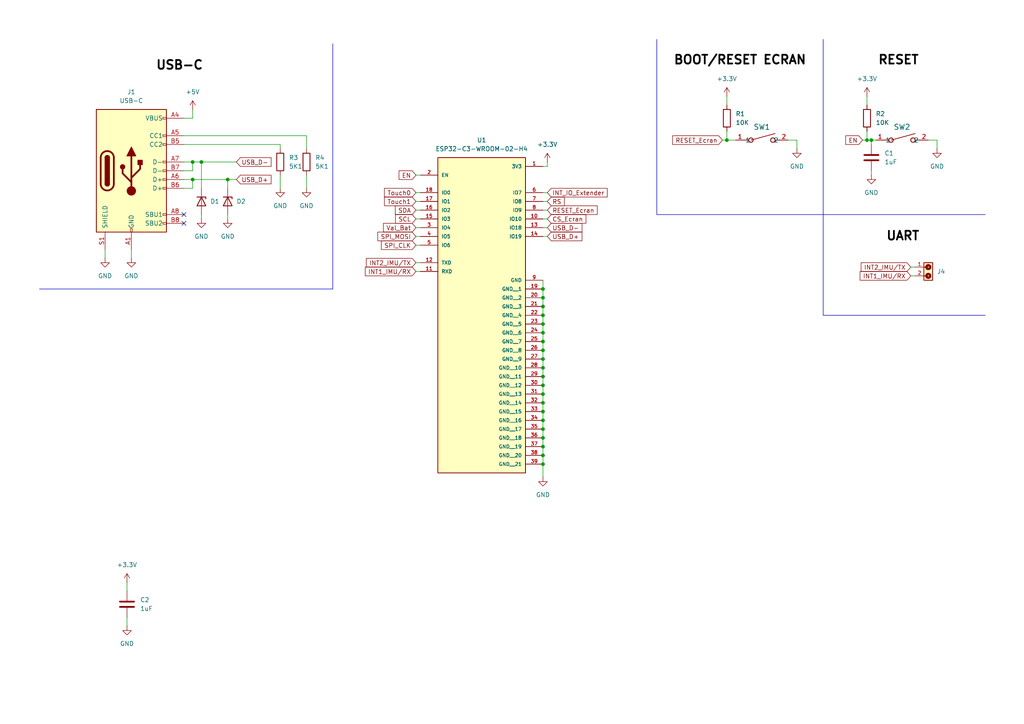
<source format=kicad_sch>
(kicad_sch
	(version 20231120)
	(generator "eeschema")
	(generator_version "8.0")
	(uuid "411b76cb-1853-4b66-b0bc-e75501de4b0c")
	(paper "A4")
	(lib_symbols
		(symbol "CS1213AGF260:CS1213AGF260"
			(pin_names
				(offset 0.254)
			)
			(exclude_from_sim no)
			(in_bom yes)
			(on_board yes)
			(property "Reference" "SW"
				(at 7.62 3.81 0)
				(effects
					(font
						(size 1.524 1.524)
					)
				)
			)
			(property "Value" "CS1213AGF260"
				(at 0 0 0)
				(effects
					(font
						(size 1.524 1.524)
					)
				)
			)
			(property "Footprint" "CS1213AGF260:SW_CS1213AGF260_CRS"
				(at 0 0 0)
				(effects
					(font
						(size 1.27 1.27)
						(italic yes)
					)
					(hide yes)
				)
			)
			(property "Datasheet" "CS1213AGF260"
				(at 0 0 0)
				(effects
					(font
						(size 1.27 1.27)
						(italic yes)
					)
					(hide yes)
				)
			)
			(property "Description" ""
				(at 0 0 0)
				(effects
					(font
						(size 1.27 1.27)
					)
					(hide yes)
				)
			)
			(property "ki_keywords" "CS1213AGF260"
				(at 0 0 0)
				(effects
					(font
						(size 1.27 1.27)
					)
					(hide yes)
				)
			)
			(property "ki_fp_filters" "SW_CS1213AGF260_CRS SW_CS1213AGF260_CRS-M SW_CS1213AGF260_CRS-L"
				(at 0 0 0)
				(effects
					(font
						(size 1.27 1.27)
					)
					(hide yes)
				)
			)
			(symbol "CS1213AGF260_0_1"
				(polyline
					(pts
						(xy 2.54 0) (xy 3.81 0)
					)
					(stroke
						(width 0.2032)
						(type default)
					)
					(fill
						(type none)
					)
				)
				(polyline
					(pts
						(xy 4.445 0) (xy 11.43 1.905)
					)
					(stroke
						(width 0.2032)
						(type default)
					)
					(fill
						(type none)
					)
				)
				(polyline
					(pts
						(xy 12.7 0) (xy 11.43 0)
					)
					(stroke
						(width 0.2032)
						(type default)
					)
					(fill
						(type none)
					)
				)
				(circle
					(center 4.445 0)
					(radius 0.635)
					(stroke
						(width 0.254)
						(type default)
					)
					(fill
						(type none)
					)
				)
				(circle
					(center 10.795 0)
					(radius 0.635)
					(stroke
						(width 0.254)
						(type default)
					)
					(fill
						(type none)
					)
				)
				(pin unspecified line
					(at 0 0 0)
					(length 2.54)
					(name "1"
						(effects
							(font
								(size 1.27 1.27)
							)
						)
					)
					(number "1"
						(effects
							(font
								(size 1.27 1.27)
							)
						)
					)
				)
				(pin unspecified line
					(at 15.24 0 180)
					(length 2.54)
					(name "2"
						(effects
							(font
								(size 1.27 1.27)
							)
						)
					)
					(number "2"
						(effects
							(font
								(size 1.27 1.27)
							)
						)
					)
				)
			)
		)
		(symbol "Connector:USB_C_Receptacle_USB2.0_16P"
			(pin_names
				(offset 1.016)
			)
			(exclude_from_sim no)
			(in_bom yes)
			(on_board yes)
			(property "Reference" "J"
				(at 0 22.225 0)
				(effects
					(font
						(size 1.27 1.27)
					)
				)
			)
			(property "Value" "USB_C_Receptacle_USB2.0_16P"
				(at 0 19.685 0)
				(effects
					(font
						(size 1.27 1.27)
					)
				)
			)
			(property "Footprint" ""
				(at 3.81 0 0)
				(effects
					(font
						(size 1.27 1.27)
					)
					(hide yes)
				)
			)
			(property "Datasheet" "https://www.usb.org/sites/default/files/documents/usb_type-c.zip"
				(at 3.81 0 0)
				(effects
					(font
						(size 1.27 1.27)
					)
					(hide yes)
				)
			)
			(property "Description" "USB 2.0-only 16P Type-C Receptacle connector"
				(at 0 0 0)
				(effects
					(font
						(size 1.27 1.27)
					)
					(hide yes)
				)
			)
			(property "ki_keywords" "usb universal serial bus type-C USB2.0"
				(at 0 0 0)
				(effects
					(font
						(size 1.27 1.27)
					)
					(hide yes)
				)
			)
			(property "ki_fp_filters" "USB*C*Receptacle*"
				(at 0 0 0)
				(effects
					(font
						(size 1.27 1.27)
					)
					(hide yes)
				)
			)
			(symbol "USB_C_Receptacle_USB2.0_16P_0_0"
				(rectangle
					(start -0.254 -17.78)
					(end 0.254 -16.764)
					(stroke
						(width 0)
						(type default)
					)
					(fill
						(type none)
					)
				)
				(rectangle
					(start 10.16 -14.986)
					(end 9.144 -15.494)
					(stroke
						(width 0)
						(type default)
					)
					(fill
						(type none)
					)
				)
				(rectangle
					(start 10.16 -12.446)
					(end 9.144 -12.954)
					(stroke
						(width 0)
						(type default)
					)
					(fill
						(type none)
					)
				)
				(rectangle
					(start 10.16 -4.826)
					(end 9.144 -5.334)
					(stroke
						(width 0)
						(type default)
					)
					(fill
						(type none)
					)
				)
				(rectangle
					(start 10.16 -2.286)
					(end 9.144 -2.794)
					(stroke
						(width 0)
						(type default)
					)
					(fill
						(type none)
					)
				)
				(rectangle
					(start 10.16 0.254)
					(end 9.144 -0.254)
					(stroke
						(width 0)
						(type default)
					)
					(fill
						(type none)
					)
				)
				(rectangle
					(start 10.16 2.794)
					(end 9.144 2.286)
					(stroke
						(width 0)
						(type default)
					)
					(fill
						(type none)
					)
				)
				(rectangle
					(start 10.16 7.874)
					(end 9.144 7.366)
					(stroke
						(width 0)
						(type default)
					)
					(fill
						(type none)
					)
				)
				(rectangle
					(start 10.16 10.414)
					(end 9.144 9.906)
					(stroke
						(width 0)
						(type default)
					)
					(fill
						(type none)
					)
				)
				(rectangle
					(start 10.16 15.494)
					(end 9.144 14.986)
					(stroke
						(width 0)
						(type default)
					)
					(fill
						(type none)
					)
				)
			)
			(symbol "USB_C_Receptacle_USB2.0_16P_0_1"
				(rectangle
					(start -10.16 17.78)
					(end 10.16 -17.78)
					(stroke
						(width 0.254)
						(type default)
					)
					(fill
						(type background)
					)
				)
				(arc
					(start -8.89 -3.81)
					(mid -6.985 -5.7067)
					(end -5.08 -3.81)
					(stroke
						(width 0.508)
						(type default)
					)
					(fill
						(type none)
					)
				)
				(arc
					(start -7.62 -3.81)
					(mid -6.985 -4.4423)
					(end -6.35 -3.81)
					(stroke
						(width 0.254)
						(type default)
					)
					(fill
						(type none)
					)
				)
				(arc
					(start -7.62 -3.81)
					(mid -6.985 -4.4423)
					(end -6.35 -3.81)
					(stroke
						(width 0.254)
						(type default)
					)
					(fill
						(type outline)
					)
				)
				(rectangle
					(start -7.62 -3.81)
					(end -6.35 3.81)
					(stroke
						(width 0.254)
						(type default)
					)
					(fill
						(type outline)
					)
				)
				(arc
					(start -6.35 3.81)
					(mid -6.985 4.4423)
					(end -7.62 3.81)
					(stroke
						(width 0.254)
						(type default)
					)
					(fill
						(type none)
					)
				)
				(arc
					(start -6.35 3.81)
					(mid -6.985 4.4423)
					(end -7.62 3.81)
					(stroke
						(width 0.254)
						(type default)
					)
					(fill
						(type outline)
					)
				)
				(arc
					(start -5.08 3.81)
					(mid -6.985 5.7067)
					(end -8.89 3.81)
					(stroke
						(width 0.508)
						(type default)
					)
					(fill
						(type none)
					)
				)
				(circle
					(center -2.54 1.143)
					(radius 0.635)
					(stroke
						(width 0.254)
						(type default)
					)
					(fill
						(type outline)
					)
				)
				(circle
					(center 0 -5.842)
					(radius 1.27)
					(stroke
						(width 0)
						(type default)
					)
					(fill
						(type outline)
					)
				)
				(polyline
					(pts
						(xy -8.89 -3.81) (xy -8.89 3.81)
					)
					(stroke
						(width 0.508)
						(type default)
					)
					(fill
						(type none)
					)
				)
				(polyline
					(pts
						(xy -5.08 3.81) (xy -5.08 -3.81)
					)
					(stroke
						(width 0.508)
						(type default)
					)
					(fill
						(type none)
					)
				)
				(polyline
					(pts
						(xy 0 -5.842) (xy 0 4.318)
					)
					(stroke
						(width 0.508)
						(type default)
					)
					(fill
						(type none)
					)
				)
				(polyline
					(pts
						(xy 0 -3.302) (xy -2.54 -0.762) (xy -2.54 0.508)
					)
					(stroke
						(width 0.508)
						(type default)
					)
					(fill
						(type none)
					)
				)
				(polyline
					(pts
						(xy 0 -2.032) (xy 2.54 0.508) (xy 2.54 1.778)
					)
					(stroke
						(width 0.508)
						(type default)
					)
					(fill
						(type none)
					)
				)
				(polyline
					(pts
						(xy -1.27 4.318) (xy 0 6.858) (xy 1.27 4.318) (xy -1.27 4.318)
					)
					(stroke
						(width 0.254)
						(type default)
					)
					(fill
						(type outline)
					)
				)
				(rectangle
					(start 1.905 1.778)
					(end 3.175 3.048)
					(stroke
						(width 0.254)
						(type default)
					)
					(fill
						(type outline)
					)
				)
			)
			(symbol "USB_C_Receptacle_USB2.0_16P_1_1"
				(pin passive line
					(at 0 -22.86 90)
					(length 5.08)
					(name "GND"
						(effects
							(font
								(size 1.27 1.27)
							)
						)
					)
					(number "A1"
						(effects
							(font
								(size 1.27 1.27)
							)
						)
					)
				)
				(pin passive line
					(at 0 -22.86 90)
					(length 5.08) hide
					(name "GND"
						(effects
							(font
								(size 1.27 1.27)
							)
						)
					)
					(number "A12"
						(effects
							(font
								(size 1.27 1.27)
							)
						)
					)
				)
				(pin passive line
					(at 15.24 15.24 180)
					(length 5.08)
					(name "VBUS"
						(effects
							(font
								(size 1.27 1.27)
							)
						)
					)
					(number "A4"
						(effects
							(font
								(size 1.27 1.27)
							)
						)
					)
				)
				(pin bidirectional line
					(at 15.24 10.16 180)
					(length 5.08)
					(name "CC1"
						(effects
							(font
								(size 1.27 1.27)
							)
						)
					)
					(number "A5"
						(effects
							(font
								(size 1.27 1.27)
							)
						)
					)
				)
				(pin bidirectional line
					(at 15.24 -2.54 180)
					(length 5.08)
					(name "D+"
						(effects
							(font
								(size 1.27 1.27)
							)
						)
					)
					(number "A6"
						(effects
							(font
								(size 1.27 1.27)
							)
						)
					)
				)
				(pin bidirectional line
					(at 15.24 2.54 180)
					(length 5.08)
					(name "D-"
						(effects
							(font
								(size 1.27 1.27)
							)
						)
					)
					(number "A7"
						(effects
							(font
								(size 1.27 1.27)
							)
						)
					)
				)
				(pin bidirectional line
					(at 15.24 -12.7 180)
					(length 5.08)
					(name "SBU1"
						(effects
							(font
								(size 1.27 1.27)
							)
						)
					)
					(number "A8"
						(effects
							(font
								(size 1.27 1.27)
							)
						)
					)
				)
				(pin passive line
					(at 15.24 15.24 180)
					(length 5.08) hide
					(name "VBUS"
						(effects
							(font
								(size 1.27 1.27)
							)
						)
					)
					(number "A9"
						(effects
							(font
								(size 1.27 1.27)
							)
						)
					)
				)
				(pin passive line
					(at 0 -22.86 90)
					(length 5.08) hide
					(name "GND"
						(effects
							(font
								(size 1.27 1.27)
							)
						)
					)
					(number "B1"
						(effects
							(font
								(size 1.27 1.27)
							)
						)
					)
				)
				(pin passive line
					(at 0 -22.86 90)
					(length 5.08) hide
					(name "GND"
						(effects
							(font
								(size 1.27 1.27)
							)
						)
					)
					(number "B12"
						(effects
							(font
								(size 1.27 1.27)
							)
						)
					)
				)
				(pin passive line
					(at 15.24 15.24 180)
					(length 5.08) hide
					(name "VBUS"
						(effects
							(font
								(size 1.27 1.27)
							)
						)
					)
					(number "B4"
						(effects
							(font
								(size 1.27 1.27)
							)
						)
					)
				)
				(pin bidirectional line
					(at 15.24 7.62 180)
					(length 5.08)
					(name "CC2"
						(effects
							(font
								(size 1.27 1.27)
							)
						)
					)
					(number "B5"
						(effects
							(font
								(size 1.27 1.27)
							)
						)
					)
				)
				(pin bidirectional line
					(at 15.24 -5.08 180)
					(length 5.08)
					(name "D+"
						(effects
							(font
								(size 1.27 1.27)
							)
						)
					)
					(number "B6"
						(effects
							(font
								(size 1.27 1.27)
							)
						)
					)
				)
				(pin bidirectional line
					(at 15.24 0 180)
					(length 5.08)
					(name "D-"
						(effects
							(font
								(size 1.27 1.27)
							)
						)
					)
					(number "B7"
						(effects
							(font
								(size 1.27 1.27)
							)
						)
					)
				)
				(pin bidirectional line
					(at 15.24 -15.24 180)
					(length 5.08)
					(name "SBU2"
						(effects
							(font
								(size 1.27 1.27)
							)
						)
					)
					(number "B8"
						(effects
							(font
								(size 1.27 1.27)
							)
						)
					)
				)
				(pin passive line
					(at 15.24 15.24 180)
					(length 5.08) hide
					(name "VBUS"
						(effects
							(font
								(size 1.27 1.27)
							)
						)
					)
					(number "B9"
						(effects
							(font
								(size 1.27 1.27)
							)
						)
					)
				)
				(pin passive line
					(at -7.62 -22.86 90)
					(length 5.08)
					(name "SHIELD"
						(effects
							(font
								(size 1.27 1.27)
							)
						)
					)
					(number "S1"
						(effects
							(font
								(size 1.27 1.27)
							)
						)
					)
				)
			)
		)
		(symbol "Device:C"
			(pin_numbers hide)
			(pin_names
				(offset 0.254)
			)
			(exclude_from_sim no)
			(in_bom yes)
			(on_board yes)
			(property "Reference" "C"
				(at 0.635 2.54 0)
				(effects
					(font
						(size 1.27 1.27)
					)
					(justify left)
				)
			)
			(property "Value" "C"
				(at 0.635 -2.54 0)
				(effects
					(font
						(size 1.27 1.27)
					)
					(justify left)
				)
			)
			(property "Footprint" ""
				(at 0.9652 -3.81 0)
				(effects
					(font
						(size 1.27 1.27)
					)
					(hide yes)
				)
			)
			(property "Datasheet" "~"
				(at 0 0 0)
				(effects
					(font
						(size 1.27 1.27)
					)
					(hide yes)
				)
			)
			(property "Description" "Unpolarized capacitor"
				(at 0 0 0)
				(effects
					(font
						(size 1.27 1.27)
					)
					(hide yes)
				)
			)
			(property "ki_keywords" "cap capacitor"
				(at 0 0 0)
				(effects
					(font
						(size 1.27 1.27)
					)
					(hide yes)
				)
			)
			(property "ki_fp_filters" "C_*"
				(at 0 0 0)
				(effects
					(font
						(size 1.27 1.27)
					)
					(hide yes)
				)
			)
			(symbol "C_0_1"
				(polyline
					(pts
						(xy -2.032 -0.762) (xy 2.032 -0.762)
					)
					(stroke
						(width 0.508)
						(type default)
					)
					(fill
						(type none)
					)
				)
				(polyline
					(pts
						(xy -2.032 0.762) (xy 2.032 0.762)
					)
					(stroke
						(width 0.508)
						(type default)
					)
					(fill
						(type none)
					)
				)
			)
			(symbol "C_1_1"
				(pin passive line
					(at 0 3.81 270)
					(length 2.794)
					(name "~"
						(effects
							(font
								(size 1.27 1.27)
							)
						)
					)
					(number "1"
						(effects
							(font
								(size 1.27 1.27)
							)
						)
					)
				)
				(pin passive line
					(at 0 -3.81 90)
					(length 2.794)
					(name "~"
						(effects
							(font
								(size 1.27 1.27)
							)
						)
					)
					(number "2"
						(effects
							(font
								(size 1.27 1.27)
							)
						)
					)
				)
			)
		)
		(symbol "Device:D_Zener"
			(pin_numbers hide)
			(pin_names
				(offset 1.016) hide)
			(exclude_from_sim no)
			(in_bom yes)
			(on_board yes)
			(property "Reference" "D"
				(at 0 2.54 0)
				(effects
					(font
						(size 1.27 1.27)
					)
				)
			)
			(property "Value" "D_Zener"
				(at 0 -2.54 0)
				(effects
					(font
						(size 1.27 1.27)
					)
				)
			)
			(property "Footprint" ""
				(at 0 0 0)
				(effects
					(font
						(size 1.27 1.27)
					)
					(hide yes)
				)
			)
			(property "Datasheet" "~"
				(at 0 0 0)
				(effects
					(font
						(size 1.27 1.27)
					)
					(hide yes)
				)
			)
			(property "Description" "Zener diode"
				(at 0 0 0)
				(effects
					(font
						(size 1.27 1.27)
					)
					(hide yes)
				)
			)
			(property "ki_keywords" "diode"
				(at 0 0 0)
				(effects
					(font
						(size 1.27 1.27)
					)
					(hide yes)
				)
			)
			(property "ki_fp_filters" "TO-???* *_Diode_* *SingleDiode* D_*"
				(at 0 0 0)
				(effects
					(font
						(size 1.27 1.27)
					)
					(hide yes)
				)
			)
			(symbol "D_Zener_0_1"
				(polyline
					(pts
						(xy 1.27 0) (xy -1.27 0)
					)
					(stroke
						(width 0)
						(type default)
					)
					(fill
						(type none)
					)
				)
				(polyline
					(pts
						(xy -1.27 -1.27) (xy -1.27 1.27) (xy -0.762 1.27)
					)
					(stroke
						(width 0.254)
						(type default)
					)
					(fill
						(type none)
					)
				)
				(polyline
					(pts
						(xy 1.27 -1.27) (xy 1.27 1.27) (xy -1.27 0) (xy 1.27 -1.27)
					)
					(stroke
						(width 0.254)
						(type default)
					)
					(fill
						(type none)
					)
				)
			)
			(symbol "D_Zener_1_1"
				(pin passive line
					(at -3.81 0 0)
					(length 2.54)
					(name "K"
						(effects
							(font
								(size 1.27 1.27)
							)
						)
					)
					(number "1"
						(effects
							(font
								(size 1.27 1.27)
							)
						)
					)
				)
				(pin passive line
					(at 3.81 0 180)
					(length 2.54)
					(name "A"
						(effects
							(font
								(size 1.27 1.27)
							)
						)
					)
					(number "2"
						(effects
							(font
								(size 1.27 1.27)
							)
						)
					)
				)
			)
		)
		(symbol "Device:R"
			(pin_numbers hide)
			(pin_names
				(offset 0)
			)
			(exclude_from_sim no)
			(in_bom yes)
			(on_board yes)
			(property "Reference" "R"
				(at 2.032 0 90)
				(effects
					(font
						(size 1.27 1.27)
					)
				)
			)
			(property "Value" "R"
				(at 0 0 90)
				(effects
					(font
						(size 1.27 1.27)
					)
				)
			)
			(property "Footprint" ""
				(at -1.778 0 90)
				(effects
					(font
						(size 1.27 1.27)
					)
					(hide yes)
				)
			)
			(property "Datasheet" "~"
				(at 0 0 0)
				(effects
					(font
						(size 1.27 1.27)
					)
					(hide yes)
				)
			)
			(property "Description" "Resistor"
				(at 0 0 0)
				(effects
					(font
						(size 1.27 1.27)
					)
					(hide yes)
				)
			)
			(property "ki_keywords" "R res resistor"
				(at 0 0 0)
				(effects
					(font
						(size 1.27 1.27)
					)
					(hide yes)
				)
			)
			(property "ki_fp_filters" "R_*"
				(at 0 0 0)
				(effects
					(font
						(size 1.27 1.27)
					)
					(hide yes)
				)
			)
			(symbol "R_0_1"
				(rectangle
					(start -1.016 -2.54)
					(end 1.016 2.54)
					(stroke
						(width 0.254)
						(type default)
					)
					(fill
						(type none)
					)
				)
			)
			(symbol "R_1_1"
				(pin passive line
					(at 0 3.81 270)
					(length 1.27)
					(name "~"
						(effects
							(font
								(size 1.27 1.27)
							)
						)
					)
					(number "1"
						(effects
							(font
								(size 1.27 1.27)
							)
						)
					)
				)
				(pin passive line
					(at 0 -3.81 90)
					(length 1.27)
					(name "~"
						(effects
							(font
								(size 1.27 1.27)
							)
						)
					)
					(number "2"
						(effects
							(font
								(size 1.27 1.27)
							)
						)
					)
				)
			)
		)
		(symbol "ESP32-C3-WROOM-02-H4:ESP32-C3-WROOM-02-H4"
			(pin_names
				(offset 1.016)
			)
			(exclude_from_sim no)
			(in_bom yes)
			(on_board yes)
			(property "Reference" "U"
				(at -12.7 21.082 0)
				(effects
					(font
						(size 1.27 1.27)
					)
					(justify left bottom)
				)
			)
			(property "Value" "ESP32-C3-WROOM-02-H4"
				(at -12.7 -71.882 0)
				(effects
					(font
						(size 1.27 1.27)
					)
					(justify left top)
				)
			)
			(property "Footprint" "ESP32_C3_WROOM_02_H4:MODULE_ESP32-C3-WROOM-02-H4"
				(at 0 0 0)
				(effects
					(font
						(size 1.27 1.27)
					)
					(justify bottom)
					(hide yes)
				)
			)
			(property "Datasheet" ""
				(at 0 0 0)
				(effects
					(font
						(size 1.27 1.27)
					)
					(hide yes)
				)
			)
			(property "Description" ""
				(at 0 0 0)
				(effects
					(font
						(size 1.27 1.27)
					)
					(hide yes)
				)
			)
			(property "MF" "Espressif Systems"
				(at 0 0 0)
				(effects
					(font
						(size 1.27 1.27)
					)
					(justify bottom)
					(hide yes)
				)
			)
			(property "Description_1" "WiFi Modules (802.11) (Engineering Samples) SMD module, ESP32-C3, 4MB SPI flash, PCB antenna, -40 C +105 C"
				(at 0 0 0)
				(effects
					(font
						(size 1.27 1.27)
					)
					(justify bottom)
					(hide yes)
				)
			)
			(property "Package" "Package"
				(at 0 0 0)
				(effects
					(font
						(size 1.27 1.27)
					)
					(justify bottom)
					(hide yes)
				)
			)
			(property "Price" "None"
				(at 0 0 0)
				(effects
					(font
						(size 1.27 1.27)
					)
					(justify bottom)
					(hide yes)
				)
			)
			(property "MP" "ESP32-C3-WROOM-02-H4"
				(at 0 0 0)
				(effects
					(font
						(size 1.27 1.27)
					)
					(justify bottom)
					(hide yes)
				)
			)
			(property "Availability" "In Stock"
				(at 0 0 0)
				(effects
					(font
						(size 1.27 1.27)
					)
					(justify bottom)
					(hide yes)
				)
			)
			(property "Purchase-URL" "https://pricing.snapeda.com/search/part/ESP32-C3-WROOM-02-H4/?ref=eda"
				(at 0 0 0)
				(effects
					(font
						(size 1.27 1.27)
					)
					(justify bottom)
					(hide yes)
				)
			)
			(symbol "ESP32-C3-WROOM-02-H4_0_0"
				(rectangle
					(start -12.7 -71.12)
					(end 12.7 20.32)
					(stroke
						(width 0.254)
						(type default)
					)
					(fill
						(type background)
					)
				)
				(pin power_in line
					(at 17.78 17.78 180)
					(length 5.08)
					(name "3V3"
						(effects
							(font
								(size 1.016 1.016)
							)
						)
					)
					(number "1"
						(effects
							(font
								(size 1.016 1.016)
							)
						)
					)
				)
				(pin bidirectional line
					(at 17.78 2.54 180)
					(length 5.08)
					(name "IO10"
						(effects
							(font
								(size 1.016 1.016)
							)
						)
					)
					(number "10"
						(effects
							(font
								(size 1.016 1.016)
							)
						)
					)
				)
				(pin bidirectional line
					(at -17.78 -12.7 0)
					(length 5.08)
					(name "RXD"
						(effects
							(font
								(size 1.016 1.016)
							)
						)
					)
					(number "11"
						(effects
							(font
								(size 1.016 1.016)
							)
						)
					)
				)
				(pin bidirectional line
					(at -17.78 -10.16 0)
					(length 5.08)
					(name "TXD"
						(effects
							(font
								(size 1.016 1.016)
							)
						)
					)
					(number "12"
						(effects
							(font
								(size 1.016 1.016)
							)
						)
					)
				)
				(pin bidirectional line
					(at 17.78 0 180)
					(length 5.08)
					(name "IO18"
						(effects
							(font
								(size 1.016 1.016)
							)
						)
					)
					(number "13"
						(effects
							(font
								(size 1.016 1.016)
							)
						)
					)
				)
				(pin bidirectional line
					(at 17.78 -2.54 180)
					(length 5.08)
					(name "IO19"
						(effects
							(font
								(size 1.016 1.016)
							)
						)
					)
					(number "14"
						(effects
							(font
								(size 1.016 1.016)
							)
						)
					)
				)
				(pin bidirectional line
					(at -17.78 2.54 0)
					(length 5.08)
					(name "IO3"
						(effects
							(font
								(size 1.016 1.016)
							)
						)
					)
					(number "15"
						(effects
							(font
								(size 1.016 1.016)
							)
						)
					)
				)
				(pin bidirectional line
					(at -17.78 5.08 0)
					(length 5.08)
					(name "IO2"
						(effects
							(font
								(size 1.016 1.016)
							)
						)
					)
					(number "16"
						(effects
							(font
								(size 1.016 1.016)
							)
						)
					)
				)
				(pin bidirectional line
					(at -17.78 7.62 0)
					(length 5.08)
					(name "IO1"
						(effects
							(font
								(size 1.016 1.016)
							)
						)
					)
					(number "17"
						(effects
							(font
								(size 1.016 1.016)
							)
						)
					)
				)
				(pin bidirectional line
					(at -17.78 10.16 0)
					(length 5.08)
					(name "IO0"
						(effects
							(font
								(size 1.016 1.016)
							)
						)
					)
					(number "18"
						(effects
							(font
								(size 1.016 1.016)
							)
						)
					)
				)
				(pin power_in line
					(at 17.78 -17.78 180)
					(length 5.08)
					(name "GND__1"
						(effects
							(font
								(size 1.016 1.016)
							)
						)
					)
					(number "19"
						(effects
							(font
								(size 1.016 1.016)
							)
						)
					)
				)
				(pin input line
					(at -17.78 15.24 0)
					(length 5.08)
					(name "EN"
						(effects
							(font
								(size 1.016 1.016)
							)
						)
					)
					(number "2"
						(effects
							(font
								(size 1.016 1.016)
							)
						)
					)
				)
				(pin power_in line
					(at 17.78 -20.32 180)
					(length 5.08)
					(name "GND__2"
						(effects
							(font
								(size 1.016 1.016)
							)
						)
					)
					(number "20"
						(effects
							(font
								(size 1.016 1.016)
							)
						)
					)
				)
				(pin power_in line
					(at 17.78 -22.86 180)
					(length 5.08)
					(name "GND__3"
						(effects
							(font
								(size 1.016 1.016)
							)
						)
					)
					(number "21"
						(effects
							(font
								(size 1.016 1.016)
							)
						)
					)
				)
				(pin power_in line
					(at 17.78 -25.4 180)
					(length 5.08)
					(name "GND__4"
						(effects
							(font
								(size 1.016 1.016)
							)
						)
					)
					(number "22"
						(effects
							(font
								(size 1.016 1.016)
							)
						)
					)
				)
				(pin power_in line
					(at 17.78 -27.94 180)
					(length 5.08)
					(name "GND__5"
						(effects
							(font
								(size 1.016 1.016)
							)
						)
					)
					(number "23"
						(effects
							(font
								(size 1.016 1.016)
							)
						)
					)
				)
				(pin power_in line
					(at 17.78 -30.48 180)
					(length 5.08)
					(name "GND__6"
						(effects
							(font
								(size 1.016 1.016)
							)
						)
					)
					(number "24"
						(effects
							(font
								(size 1.016 1.016)
							)
						)
					)
				)
				(pin power_in line
					(at 17.78 -33.02 180)
					(length 5.08)
					(name "GND__7"
						(effects
							(font
								(size 1.016 1.016)
							)
						)
					)
					(number "25"
						(effects
							(font
								(size 1.016 1.016)
							)
						)
					)
				)
				(pin power_in line
					(at 17.78 -35.56 180)
					(length 5.08)
					(name "GND__8"
						(effects
							(font
								(size 1.016 1.016)
							)
						)
					)
					(number "26"
						(effects
							(font
								(size 1.016 1.016)
							)
						)
					)
				)
				(pin power_in line
					(at 17.78 -38.1 180)
					(length 5.08)
					(name "GND__9"
						(effects
							(font
								(size 1.016 1.016)
							)
						)
					)
					(number "27"
						(effects
							(font
								(size 1.016 1.016)
							)
						)
					)
				)
				(pin power_in line
					(at 17.78 -40.64 180)
					(length 5.08)
					(name "GND__10"
						(effects
							(font
								(size 1.016 1.016)
							)
						)
					)
					(number "28"
						(effects
							(font
								(size 1.016 1.016)
							)
						)
					)
				)
				(pin power_in line
					(at 17.78 -43.18 180)
					(length 5.08)
					(name "GND__11"
						(effects
							(font
								(size 1.016 1.016)
							)
						)
					)
					(number "29"
						(effects
							(font
								(size 1.016 1.016)
							)
						)
					)
				)
				(pin bidirectional line
					(at -17.78 0 0)
					(length 5.08)
					(name "IO4"
						(effects
							(font
								(size 1.016 1.016)
							)
						)
					)
					(number "3"
						(effects
							(font
								(size 1.016 1.016)
							)
						)
					)
				)
				(pin power_in line
					(at 17.78 -45.72 180)
					(length 5.08)
					(name "GND__12"
						(effects
							(font
								(size 1.016 1.016)
							)
						)
					)
					(number "30"
						(effects
							(font
								(size 1.016 1.016)
							)
						)
					)
				)
				(pin power_in line
					(at 17.78 -48.26 180)
					(length 5.08)
					(name "GND__13"
						(effects
							(font
								(size 1.016 1.016)
							)
						)
					)
					(number "31"
						(effects
							(font
								(size 1.016 1.016)
							)
						)
					)
				)
				(pin power_in line
					(at 17.78 -50.8 180)
					(length 5.08)
					(name "GND__14"
						(effects
							(font
								(size 1.016 1.016)
							)
						)
					)
					(number "32"
						(effects
							(font
								(size 1.016 1.016)
							)
						)
					)
				)
				(pin power_in line
					(at 17.78 -53.34 180)
					(length 5.08)
					(name "GND__15"
						(effects
							(font
								(size 1.016 1.016)
							)
						)
					)
					(number "33"
						(effects
							(font
								(size 1.016 1.016)
							)
						)
					)
				)
				(pin power_in line
					(at 17.78 -55.88 180)
					(length 5.08)
					(name "GND__16"
						(effects
							(font
								(size 1.016 1.016)
							)
						)
					)
					(number "34"
						(effects
							(font
								(size 1.016 1.016)
							)
						)
					)
				)
				(pin power_in line
					(at 17.78 -58.42 180)
					(length 5.08)
					(name "GND__17"
						(effects
							(font
								(size 1.016 1.016)
							)
						)
					)
					(number "35"
						(effects
							(font
								(size 1.016 1.016)
							)
						)
					)
				)
				(pin power_in line
					(at 17.78 -60.96 180)
					(length 5.08)
					(name "GND__18"
						(effects
							(font
								(size 1.016 1.016)
							)
						)
					)
					(number "36"
						(effects
							(font
								(size 1.016 1.016)
							)
						)
					)
				)
				(pin power_in line
					(at 17.78 -63.5 180)
					(length 5.08)
					(name "GND__19"
						(effects
							(font
								(size 1.016 1.016)
							)
						)
					)
					(number "37"
						(effects
							(font
								(size 1.016 1.016)
							)
						)
					)
				)
				(pin power_in line
					(at 17.78 -66.04 180)
					(length 5.08)
					(name "GND__20"
						(effects
							(font
								(size 1.016 1.016)
							)
						)
					)
					(number "38"
						(effects
							(font
								(size 1.016 1.016)
							)
						)
					)
				)
				(pin power_in line
					(at 17.78 -68.58 180)
					(length 5.08)
					(name "GND__21"
						(effects
							(font
								(size 1.016 1.016)
							)
						)
					)
					(number "39"
						(effects
							(font
								(size 1.016 1.016)
							)
						)
					)
				)
				(pin bidirectional line
					(at -17.78 -2.54 0)
					(length 5.08)
					(name "IO5"
						(effects
							(font
								(size 1.016 1.016)
							)
						)
					)
					(number "4"
						(effects
							(font
								(size 1.016 1.016)
							)
						)
					)
				)
				(pin bidirectional line
					(at -17.78 -5.08 0)
					(length 5.08)
					(name "IO6"
						(effects
							(font
								(size 1.016 1.016)
							)
						)
					)
					(number "5"
						(effects
							(font
								(size 1.016 1.016)
							)
						)
					)
				)
				(pin bidirectional line
					(at 17.78 10.16 180)
					(length 5.08)
					(name "IO7"
						(effects
							(font
								(size 1.016 1.016)
							)
						)
					)
					(number "6"
						(effects
							(font
								(size 1.016 1.016)
							)
						)
					)
				)
				(pin bidirectional line
					(at 17.78 7.62 180)
					(length 5.08)
					(name "IO8"
						(effects
							(font
								(size 1.016 1.016)
							)
						)
					)
					(number "7"
						(effects
							(font
								(size 1.016 1.016)
							)
						)
					)
				)
				(pin bidirectional line
					(at 17.78 5.08 180)
					(length 5.08)
					(name "IO9"
						(effects
							(font
								(size 1.016 1.016)
							)
						)
					)
					(number "8"
						(effects
							(font
								(size 1.016 1.016)
							)
						)
					)
				)
				(pin power_in line
					(at 17.78 -15.24 180)
					(length 5.08)
					(name "GND"
						(effects
							(font
								(size 1.016 1.016)
							)
						)
					)
					(number "9"
						(effects
							(font
								(size 1.016 1.016)
							)
						)
					)
				)
			)
		)
		(symbol "Header2_1:6130XX11121_61300211121"
			(pin_names
				(offset 1.016)
			)
			(exclude_from_sim no)
			(in_bom yes)
			(on_board yes)
			(property "Reference" "J"
				(at -5.08 -1.778 0)
				(effects
					(font
						(size 1.27 1.27)
					)
					(justify right bottom)
				)
			)
			(property "Value" "61300211121"
				(at 0 0 0)
				(effects
					(font
						(size 1.27 1.27)
					)
					(justify bottom)
					(hide yes)
				)
			)
			(property "Footprint" "Header2_1:61300211121"
				(at 0 0 0)
				(effects
					(font
						(size 1.27 1.27)
					)
					(justify bottom)
					(hide yes)
				)
			)
			(property "Datasheet" ""
				(at 0 0 0)
				(effects
					(font
						(size 1.27 1.27)
					)
					(hide yes)
				)
			)
			(property "Description" ""
				(at 0 0 0)
				(effects
					(font
						(size 1.27 1.27)
					)
					(hide yes)
				)
			)
			(property "ROWS" "Single"
				(at 0 0 0)
				(effects
					(font
						(size 1.27 1.27)
					)
					(justify bottom)
					(hide yes)
				)
			)
			(property "GENDER" "Pin Header"
				(at 0 0 0)
				(effects
					(font
						(size 1.27 1.27)
					)
					(justify bottom)
					(hide yes)
				)
			)
			(property "MOUNT" "THT"
				(at 0 0 0)
				(effects
					(font
						(size 1.27 1.27)
					)
					(justify bottom)
					(hide yes)
				)
			)
			(property "IR" "3A"
				(at 0 0 0)
				(effects
					(font
						(size 1.27 1.27)
					)
					(justify bottom)
					(hide yes)
				)
			)
			(property "PACKAGING" "Bag"
				(at 0 0 0)
				(effects
					(font
						(size 1.27 1.27)
					)
					(justify bottom)
					(hide yes)
				)
			)
			(property "PART-NUMBER" "61300211121"
				(at 0 0 0)
				(effects
					(font
						(size 1.27 1.27)
					)
					(justify bottom)
					(hide yes)
				)
			)
			(property "DATASHEET-URL" "https://www.we-online.com/redexpert/spec/61300211121?ae"
				(at 0 0 0)
				(effects
					(font
						(size 1.27 1.27)
					)
					(justify bottom)
					(hide yes)
				)
			)
			(property "PITCH" "2.54mm"
				(at 0 0 0)
				(effects
					(font
						(size 1.27 1.27)
					)
					(justify bottom)
					(hide yes)
				)
			)
			(property "PINS" "2"
				(at 0 0 0)
				(effects
					(font
						(size 1.27 1.27)
					)
					(justify bottom)
					(hide yes)
				)
			)
			(property "TYPE" "Straight"
				(at 0 0 0)
				(effects
					(font
						(size 1.27 1.27)
					)
					(justify bottom)
					(hide yes)
				)
			)
			(symbol "6130XX11121_61300211121_0_0"
				(rectangle
					(start -3.81 -2.54)
					(end 1.27 0)
					(stroke
						(width 0.254)
						(type default)
					)
					(fill
						(type background)
					)
				)
				(circle
					(center -2.54 -1.27)
					(radius 0.254)
					(stroke
						(width 0.635)
						(type default)
					)
					(fill
						(type none)
					)
				)
				(circle
					(center 0 -1.27)
					(radius 0.254)
					(stroke
						(width 0.635)
						(type default)
					)
					(fill
						(type none)
					)
				)
				(polyline
					(pts
						(xy -2.54 -1.27) (xy -2.54 -2.54)
					)
					(stroke
						(width 0.254)
						(type default)
					)
					(fill
						(type none)
					)
				)
				(polyline
					(pts
						(xy 0 -1.27) (xy 0 -2.54)
					)
					(stroke
						(width 0.254)
						(type default)
					)
					(fill
						(type none)
					)
				)
				(pin passive line
					(at -2.54 -5.08 90)
					(length 2.54)
					(name "~"
						(effects
							(font
								(size 1.016 1.016)
							)
						)
					)
					(number "1"
						(effects
							(font
								(size 1.016 1.016)
							)
						)
					)
				)
				(pin passive line
					(at 0 -5.08 90)
					(length 2.54)
					(name "~"
						(effects
							(font
								(size 1.016 1.016)
							)
						)
					)
					(number "2"
						(effects
							(font
								(size 1.016 1.016)
							)
						)
					)
				)
			)
		)
		(symbol "power:+3.3V"
			(power)
			(pin_numbers hide)
			(pin_names
				(offset 0) hide)
			(exclude_from_sim no)
			(in_bom yes)
			(on_board yes)
			(property "Reference" "#PWR"
				(at 0 -3.81 0)
				(effects
					(font
						(size 1.27 1.27)
					)
					(hide yes)
				)
			)
			(property "Value" "+3.3V"
				(at 0 3.556 0)
				(effects
					(font
						(size 1.27 1.27)
					)
				)
			)
			(property "Footprint" ""
				(at 0 0 0)
				(effects
					(font
						(size 1.27 1.27)
					)
					(hide yes)
				)
			)
			(property "Datasheet" ""
				(at 0 0 0)
				(effects
					(font
						(size 1.27 1.27)
					)
					(hide yes)
				)
			)
			(property "Description" "Power symbol creates a global label with name \"+3.3V\""
				(at 0 0 0)
				(effects
					(font
						(size 1.27 1.27)
					)
					(hide yes)
				)
			)
			(property "ki_keywords" "global power"
				(at 0 0 0)
				(effects
					(font
						(size 1.27 1.27)
					)
					(hide yes)
				)
			)
			(symbol "+3.3V_0_1"
				(polyline
					(pts
						(xy -0.762 1.27) (xy 0 2.54)
					)
					(stroke
						(width 0)
						(type default)
					)
					(fill
						(type none)
					)
				)
				(polyline
					(pts
						(xy 0 0) (xy 0 2.54)
					)
					(stroke
						(width 0)
						(type default)
					)
					(fill
						(type none)
					)
				)
				(polyline
					(pts
						(xy 0 2.54) (xy 0.762 1.27)
					)
					(stroke
						(width 0)
						(type default)
					)
					(fill
						(type none)
					)
				)
			)
			(symbol "+3.3V_1_1"
				(pin power_in line
					(at 0 0 90)
					(length 0)
					(name "~"
						(effects
							(font
								(size 1.27 1.27)
							)
						)
					)
					(number "1"
						(effects
							(font
								(size 1.27 1.27)
							)
						)
					)
				)
			)
		)
		(symbol "power:+5V"
			(power)
			(pin_numbers hide)
			(pin_names
				(offset 0) hide)
			(exclude_from_sim no)
			(in_bom yes)
			(on_board yes)
			(property "Reference" "#PWR"
				(at 0 -3.81 0)
				(effects
					(font
						(size 1.27 1.27)
					)
					(hide yes)
				)
			)
			(property "Value" "+5V"
				(at 0 3.556 0)
				(effects
					(font
						(size 1.27 1.27)
					)
				)
			)
			(property "Footprint" ""
				(at 0 0 0)
				(effects
					(font
						(size 1.27 1.27)
					)
					(hide yes)
				)
			)
			(property "Datasheet" ""
				(at 0 0 0)
				(effects
					(font
						(size 1.27 1.27)
					)
					(hide yes)
				)
			)
			(property "Description" "Power symbol creates a global label with name \"+5V\""
				(at 0 0 0)
				(effects
					(font
						(size 1.27 1.27)
					)
					(hide yes)
				)
			)
			(property "ki_keywords" "global power"
				(at 0 0 0)
				(effects
					(font
						(size 1.27 1.27)
					)
					(hide yes)
				)
			)
			(symbol "+5V_0_1"
				(polyline
					(pts
						(xy -0.762 1.27) (xy 0 2.54)
					)
					(stroke
						(width 0)
						(type default)
					)
					(fill
						(type none)
					)
				)
				(polyline
					(pts
						(xy 0 0) (xy 0 2.54)
					)
					(stroke
						(width 0)
						(type default)
					)
					(fill
						(type none)
					)
				)
				(polyline
					(pts
						(xy 0 2.54) (xy 0.762 1.27)
					)
					(stroke
						(width 0)
						(type default)
					)
					(fill
						(type none)
					)
				)
			)
			(symbol "+5V_1_1"
				(pin power_in line
					(at 0 0 90)
					(length 0)
					(name "~"
						(effects
							(font
								(size 1.27 1.27)
							)
						)
					)
					(number "1"
						(effects
							(font
								(size 1.27 1.27)
							)
						)
					)
				)
			)
		)
		(symbol "power:GND"
			(power)
			(pin_numbers hide)
			(pin_names
				(offset 0) hide)
			(exclude_from_sim no)
			(in_bom yes)
			(on_board yes)
			(property "Reference" "#PWR"
				(at 0 -6.35 0)
				(effects
					(font
						(size 1.27 1.27)
					)
					(hide yes)
				)
			)
			(property "Value" "GND"
				(at 0 -3.81 0)
				(effects
					(font
						(size 1.27 1.27)
					)
				)
			)
			(property "Footprint" ""
				(at 0 0 0)
				(effects
					(font
						(size 1.27 1.27)
					)
					(hide yes)
				)
			)
			(property "Datasheet" ""
				(at 0 0 0)
				(effects
					(font
						(size 1.27 1.27)
					)
					(hide yes)
				)
			)
			(property "Description" "Power symbol creates a global label with name \"GND\" , ground"
				(at 0 0 0)
				(effects
					(font
						(size 1.27 1.27)
					)
					(hide yes)
				)
			)
			(property "ki_keywords" "global power"
				(at 0 0 0)
				(effects
					(font
						(size 1.27 1.27)
					)
					(hide yes)
				)
			)
			(symbol "GND_0_1"
				(polyline
					(pts
						(xy 0 0) (xy 0 -1.27) (xy 1.27 -1.27) (xy 0 -2.54) (xy -1.27 -1.27) (xy 0 -1.27)
					)
					(stroke
						(width 0)
						(type default)
					)
					(fill
						(type none)
					)
				)
			)
			(symbol "GND_1_1"
				(pin power_in line
					(at 0 0 270)
					(length 0)
					(name "~"
						(effects
							(font
								(size 1.27 1.27)
							)
						)
					)
					(number "1"
						(effects
							(font
								(size 1.27 1.27)
							)
						)
					)
				)
			)
		)
	)
	(junction
		(at 157.48 116.84)
		(diameter 0)
		(color 0 0 0 0)
		(uuid "1a015289-e6d6-401b-8585-d318b309f7f8")
	)
	(junction
		(at 157.48 99.06)
		(diameter 0)
		(color 0 0 0 0)
		(uuid "1c09b520-c10b-480d-bbbd-ebefbee3170e")
	)
	(junction
		(at 157.48 132.08)
		(diameter 0)
		(color 0 0 0 0)
		(uuid "1ed5205b-ecb4-4590-94d5-6ce7d0edeeb7")
	)
	(junction
		(at 157.48 91.44)
		(diameter 0)
		(color 0 0 0 0)
		(uuid "3ce5facb-0b6f-448c-b9df-8b5dd9de6298")
	)
	(junction
		(at 157.48 86.36)
		(diameter 0)
		(color 0 0 0 0)
		(uuid "4190f55e-b5ed-4286-a79b-6f6be0f2f453")
	)
	(junction
		(at 157.48 129.54)
		(diameter 0)
		(color 0 0 0 0)
		(uuid "4f77fa52-da71-45db-96aa-93e2d426c019")
	)
	(junction
		(at 252.73 40.64)
		(diameter 0)
		(color 0 0 0 0)
		(uuid "64a40d62-b99d-47a1-9c36-e0f06ad5e134")
	)
	(junction
		(at 58.42 46.99)
		(diameter 0)
		(color 0 0 0 0)
		(uuid "688d5932-9939-4232-909c-3f7b5e77faf5")
	)
	(junction
		(at 157.48 134.62)
		(diameter 0)
		(color 0 0 0 0)
		(uuid "740e5540-bc0c-498f-adf4-6c03e614be7d")
	)
	(junction
		(at 157.48 83.82)
		(diameter 0)
		(color 0 0 0 0)
		(uuid "77810225-3706-4e80-be6a-2a4cf4846b5d")
	)
	(junction
		(at 157.48 111.76)
		(diameter 0)
		(color 0 0 0 0)
		(uuid "7a751243-3fbf-4cdf-80d5-ea10c79e1cff")
	)
	(junction
		(at 157.48 109.22)
		(diameter 0)
		(color 0 0 0 0)
		(uuid "7e6d0bfc-c732-4182-946e-190c5794ab4e")
	)
	(junction
		(at 157.48 119.38)
		(diameter 0)
		(color 0 0 0 0)
		(uuid "7fddab0e-3f70-40d2-9150-04ef9909a2fe")
	)
	(junction
		(at 157.48 106.68)
		(diameter 0)
		(color 0 0 0 0)
		(uuid "83740ef9-026d-420d-b4f1-4db0665970d1")
	)
	(junction
		(at 66.04 52.07)
		(diameter 0)
		(color 0 0 0 0)
		(uuid "998a5dab-f6f6-4f17-abb8-378a645313c4")
	)
	(junction
		(at 55.88 52.07)
		(diameter 0)
		(color 0 0 0 0)
		(uuid "99ef0093-29fe-478a-80df-e37decf6a88f")
	)
	(junction
		(at 157.48 124.46)
		(diameter 0)
		(color 0 0 0 0)
		(uuid "9d86876d-839e-4a6e-b7e2-908d23db9215")
	)
	(junction
		(at 157.48 101.6)
		(diameter 0)
		(color 0 0 0 0)
		(uuid "a6ae47a4-62f8-4947-b98f-23cb683a0a9c")
	)
	(junction
		(at 157.48 127)
		(diameter 0)
		(color 0 0 0 0)
		(uuid "b035e522-c218-490c-a41a-a2da469184c2")
	)
	(junction
		(at 157.48 104.14)
		(diameter 0)
		(color 0 0 0 0)
		(uuid "c0057ade-16a5-438d-8a53-eccba3f6aed9")
	)
	(junction
		(at 157.48 114.3)
		(diameter 0)
		(color 0 0 0 0)
		(uuid "c8e7d959-3cab-4d89-ab25-14281aacf4d8")
	)
	(junction
		(at 157.48 121.92)
		(diameter 0)
		(color 0 0 0 0)
		(uuid "ca6b68e2-7911-4b62-bbf5-41076e232eea")
	)
	(junction
		(at 210.82 40.64)
		(diameter 0)
		(color 0 0 0 0)
		(uuid "cdafa875-2c8a-44bb-824d-e5a431b974dc")
	)
	(junction
		(at 157.48 96.52)
		(diameter 0)
		(color 0 0 0 0)
		(uuid "ce3c5e48-07e3-45dc-8bbd-4abdf2029931")
	)
	(junction
		(at 157.48 88.9)
		(diameter 0)
		(color 0 0 0 0)
		(uuid "d954bcfb-b9f6-4298-a28f-31ef14444a76")
	)
	(junction
		(at 55.88 46.99)
		(diameter 0)
		(color 0 0 0 0)
		(uuid "df3da863-e714-460d-880d-7f540ec8be82")
	)
	(junction
		(at 157.48 93.98)
		(diameter 0)
		(color 0 0 0 0)
		(uuid "e6bbb74a-380a-4017-9830-531084ac145f")
	)
	(junction
		(at 251.46 40.64)
		(diameter 0)
		(color 0 0 0 0)
		(uuid "fa21e202-3eac-4b99-b9d1-68bb525eda05")
	)
	(no_connect
		(at 53.34 64.77)
		(uuid "725d730c-1b72-4145-acaa-5558ac9091c7")
	)
	(no_connect
		(at 53.34 62.23)
		(uuid "e448e4e4-525c-43ce-ae4a-dbc974a86383")
	)
	(wire
		(pts
			(xy 157.48 58.42) (xy 158.75 58.42)
		)
		(stroke
			(width 0)
			(type default)
		)
		(uuid "03dfa769-5538-4492-8bfe-f8ebbc28b449")
	)
	(wire
		(pts
			(xy 157.48 66.04) (xy 158.75 66.04)
		)
		(stroke
			(width 0)
			(type default)
		)
		(uuid "064da4e1-18ce-4134-9606-f383f9425488")
	)
	(wire
		(pts
			(xy 66.04 62.23) (xy 66.04 63.5)
		)
		(stroke
			(width 0)
			(type default)
		)
		(uuid "06ee44a7-c2ca-49bf-b814-754fb12be517")
	)
	(wire
		(pts
			(xy 55.88 34.29) (xy 55.88 31.75)
		)
		(stroke
			(width 0)
			(type default)
		)
		(uuid "0ad22258-de92-4ac8-a68c-44e7410b8f85")
	)
	(wire
		(pts
			(xy 157.48 60.96) (xy 158.75 60.96)
		)
		(stroke
			(width 0)
			(type default)
		)
		(uuid "0ee56c2a-4dea-4810-9135-83f10d0a8299")
	)
	(wire
		(pts
			(xy 120.65 60.96) (xy 121.92 60.96)
		)
		(stroke
			(width 0)
			(type default)
		)
		(uuid "10ecac76-0cf1-4e8c-a926-a921caab0871")
	)
	(wire
		(pts
			(xy 120.65 55.88) (xy 121.92 55.88)
		)
		(stroke
			(width 0)
			(type default)
		)
		(uuid "128c87c2-e550-42dc-bfc7-ac019451ee0a")
	)
	(wire
		(pts
			(xy 251.46 27.94) (xy 251.46 30.48)
		)
		(stroke
			(width 0)
			(type default)
		)
		(uuid "1457694e-de2b-4822-8b2c-c866645d2979")
	)
	(wire
		(pts
			(xy 120.65 63.5) (xy 121.92 63.5)
		)
		(stroke
			(width 0)
			(type default)
		)
		(uuid "19334a6d-4537-4448-9b86-4693d1f70d25")
	)
	(wire
		(pts
			(xy 157.48 91.44) (xy 157.48 93.98)
		)
		(stroke
			(width 0)
			(type default)
		)
		(uuid "1ccf5d2d-1951-47bd-8f0e-fd6755fe07e5")
	)
	(wire
		(pts
			(xy 252.73 49.53) (xy 252.73 50.8)
		)
		(stroke
			(width 0)
			(type default)
		)
		(uuid "1e43a2e5-d039-434f-ad37-919efc44a71c")
	)
	(wire
		(pts
			(xy 120.65 68.58) (xy 121.92 68.58)
		)
		(stroke
			(width 0)
			(type default)
		)
		(uuid "1eccc35d-4534-4b04-8df4-a78f9f6b860d")
	)
	(wire
		(pts
			(xy 157.48 114.3) (xy 157.48 116.84)
		)
		(stroke
			(width 0)
			(type default)
		)
		(uuid "213e3f73-34ce-4c33-b7a7-9959d0d0d2a7")
	)
	(wire
		(pts
			(xy 120.65 66.04) (xy 121.92 66.04)
		)
		(stroke
			(width 0)
			(type default)
		)
		(uuid "23e55b83-b9dd-48e0-a905-afc571ebfea8")
	)
	(wire
		(pts
			(xy 55.88 46.99) (xy 58.42 46.99)
		)
		(stroke
			(width 0)
			(type default)
		)
		(uuid "25c10d86-06f5-4221-b908-1b6b16323d89")
	)
	(wire
		(pts
			(xy 120.65 58.42) (xy 121.92 58.42)
		)
		(stroke
			(width 0)
			(type default)
		)
		(uuid "26629325-2f01-4acb-84a5-8882ff9fd29e")
	)
	(wire
		(pts
			(xy 157.48 88.9) (xy 157.48 91.44)
		)
		(stroke
			(width 0)
			(type default)
		)
		(uuid "267863ce-3199-41a5-90b8-f2dc93e4f211")
	)
	(wire
		(pts
			(xy 157.48 81.28) (xy 157.48 83.82)
		)
		(stroke
			(width 0)
			(type default)
		)
		(uuid "2adb6998-4e4f-4085-b294-6904373eb059")
	)
	(wire
		(pts
			(xy 120.65 50.8) (xy 121.92 50.8)
		)
		(stroke
			(width 0)
			(type default)
		)
		(uuid "2af7dbd3-de39-4001-9c38-3edc9095b33f")
	)
	(wire
		(pts
			(xy 88.9 39.37) (xy 88.9 43.18)
		)
		(stroke
			(width 0)
			(type default)
		)
		(uuid "303d4da3-4961-41a5-9d1c-df68bf0f9902")
	)
	(wire
		(pts
			(xy 157.48 127) (xy 157.48 129.54)
		)
		(stroke
			(width 0)
			(type default)
		)
		(uuid "32ae6101-e263-495b-9f5a-fb4dfa1a286e")
	)
	(polyline
		(pts
			(xy 238.76 62.23) (xy 238.76 91.44)
		)
		(stroke
			(width 0)
			(type default)
		)
		(uuid "37c6e72d-dbc5-4f78-a600-40d5374bfc50")
	)
	(wire
		(pts
			(xy 53.34 52.07) (xy 55.88 52.07)
		)
		(stroke
			(width 0)
			(type default)
		)
		(uuid "3bcdb960-65f8-45e8-864a-9a0e9d1cf81f")
	)
	(wire
		(pts
			(xy 269.24 40.64) (xy 271.78 40.64)
		)
		(stroke
			(width 0)
			(type default)
		)
		(uuid "3c48b3ec-4a50-4148-a4ae-1e8e0c483554")
	)
	(wire
		(pts
			(xy 158.75 46.99) (xy 158.75 48.26)
		)
		(stroke
			(width 0)
			(type default)
		)
		(uuid "3dc61eb2-87c2-436f-9f01-29f81ebd6a85")
	)
	(wire
		(pts
			(xy 157.48 124.46) (xy 157.48 127)
		)
		(stroke
			(width 0)
			(type default)
		)
		(uuid "44629a3b-3e2a-4155-88b0-735c7ef7b1df")
	)
	(wire
		(pts
			(xy 157.48 116.84) (xy 157.48 119.38)
		)
		(stroke
			(width 0)
			(type default)
		)
		(uuid "446d1310-e690-4f5e-9013-70324574b61f")
	)
	(wire
		(pts
			(xy 228.6 40.64) (xy 231.14 40.64)
		)
		(stroke
			(width 0)
			(type default)
		)
		(uuid "4603773b-82eb-4d8a-90ad-e03144d5666f")
	)
	(wire
		(pts
			(xy 157.48 86.36) (xy 157.48 88.9)
		)
		(stroke
			(width 0)
			(type default)
		)
		(uuid "47c427d4-c330-4d8e-909a-850d530d8d27")
	)
	(wire
		(pts
			(xy 157.48 96.52) (xy 157.48 99.06)
		)
		(stroke
			(width 0)
			(type default)
		)
		(uuid "4b11c774-b146-4577-9aa7-6cca129c46db")
	)
	(wire
		(pts
			(xy 66.04 52.07) (xy 68.58 52.07)
		)
		(stroke
			(width 0)
			(type default)
		)
		(uuid "4b5d07fd-05ab-4b3b-84c8-3533e8b85312")
	)
	(wire
		(pts
			(xy 53.34 46.99) (xy 55.88 46.99)
		)
		(stroke
			(width 0)
			(type default)
		)
		(uuid "4f4a0b45-8a89-407b-96e6-ab33d4dcfb73")
	)
	(wire
		(pts
			(xy 81.28 50.8) (xy 81.28 54.61)
		)
		(stroke
			(width 0)
			(type default)
		)
		(uuid "4f5ece22-ddde-4207-b743-995f0f8acac3")
	)
	(wire
		(pts
			(xy 58.42 46.99) (xy 68.58 46.99)
		)
		(stroke
			(width 0)
			(type default)
		)
		(uuid "510c2e44-20e1-48f0-a80c-5d45063cd947")
	)
	(wire
		(pts
			(xy 157.48 132.08) (xy 157.48 134.62)
		)
		(stroke
			(width 0)
			(type default)
		)
		(uuid "534cd5b5-3275-4210-9d3d-a765857c7a91")
	)
	(wire
		(pts
			(xy 36.83 168.91) (xy 36.83 171.45)
		)
		(stroke
			(width 0)
			(type default)
		)
		(uuid "546487f2-b2c6-49e2-8683-f1f8caa2108b")
	)
	(polyline
		(pts
			(xy 96.52 12.7) (xy 96.52 83.82)
		)
		(stroke
			(width 0)
			(type default)
		)
		(uuid "565c95b2-7220-4cea-9fdf-5fa2699488a9")
	)
	(wire
		(pts
			(xy 210.82 27.94) (xy 210.82 30.48)
		)
		(stroke
			(width 0)
			(type default)
		)
		(uuid "59b25d81-7032-4cbe-a2ce-30f742a9b524")
	)
	(wire
		(pts
			(xy 66.04 52.07) (xy 66.04 54.61)
		)
		(stroke
			(width 0)
			(type default)
		)
		(uuid "5c89f07b-08a7-42b7-bc9a-f9cdca69d577")
	)
	(wire
		(pts
			(xy 157.48 55.88) (xy 158.75 55.88)
		)
		(stroke
			(width 0)
			(type default)
		)
		(uuid "5e971618-c258-40a5-b16d-62029a1f578f")
	)
	(wire
		(pts
			(xy 58.42 46.99) (xy 58.42 54.61)
		)
		(stroke
			(width 0)
			(type default)
		)
		(uuid "61526615-aaaf-444f-8149-15314b923b99")
	)
	(wire
		(pts
			(xy 120.65 71.12) (xy 121.92 71.12)
		)
		(stroke
			(width 0)
			(type default)
		)
		(uuid "6305e1b8-5910-4ada-afb2-425d96d88e6d")
	)
	(wire
		(pts
			(xy 88.9 50.8) (xy 88.9 54.61)
		)
		(stroke
			(width 0)
			(type default)
		)
		(uuid "656b76b4-5180-4b68-9cec-debf1a013826")
	)
	(wire
		(pts
			(xy 157.48 134.62) (xy 157.48 138.43)
		)
		(stroke
			(width 0)
			(type default)
		)
		(uuid "65ace7f4-29f8-417c-a179-378117ba5620")
	)
	(wire
		(pts
			(xy 157.48 109.22) (xy 157.48 111.76)
		)
		(stroke
			(width 0)
			(type default)
		)
		(uuid "6ff4baee-9dba-4e8b-8b4a-f506c6aa07ab")
	)
	(wire
		(pts
			(xy 252.73 41.91) (xy 252.73 40.64)
		)
		(stroke
			(width 0)
			(type default)
		)
		(uuid "70aaee90-95b9-4e43-bcf5-a206d5bf35e7")
	)
	(wire
		(pts
			(xy 36.83 179.07) (xy 36.83 181.61)
		)
		(stroke
			(width 0)
			(type default)
		)
		(uuid "72e542d6-5823-40f0-a3f8-afee396c98c4")
	)
	(wire
		(pts
			(xy 55.88 52.07) (xy 55.88 54.61)
		)
		(stroke
			(width 0)
			(type default)
		)
		(uuid "75dfbdb3-1af8-46e6-855f-792c0f73cb27")
	)
	(wire
		(pts
			(xy 30.48 72.39) (xy 30.48 74.93)
		)
		(stroke
			(width 0)
			(type default)
		)
		(uuid "7fab74c7-63a1-4320-ae27-466dbde79c64")
	)
	(wire
		(pts
			(xy 264.16 77.47) (xy 265.43 77.47)
		)
		(stroke
			(width 0)
			(type default)
		)
		(uuid "7fbad643-b071-46eb-9991-6c61c04e9001")
	)
	(wire
		(pts
			(xy 55.88 52.07) (xy 66.04 52.07)
		)
		(stroke
			(width 0)
			(type default)
		)
		(uuid "866e9898-e624-4368-adbb-0b20519349b4")
	)
	(wire
		(pts
			(xy 38.1 72.39) (xy 38.1 74.93)
		)
		(stroke
			(width 0)
			(type default)
		)
		(uuid "8dd198e3-babd-4334-b4bb-a98dab1e1f16")
	)
	(wire
		(pts
			(xy 157.48 83.82) (xy 157.48 86.36)
		)
		(stroke
			(width 0)
			(type default)
		)
		(uuid "8ddc7ddc-1724-4728-88e3-51266cfcc3cf")
	)
	(polyline
		(pts
			(xy 238.76 62.23) (xy 285.75 62.23)
		)
		(stroke
			(width 0)
			(type default)
		)
		(uuid "9080cee4-5a58-406d-b743-5c66c887b85b")
	)
	(wire
		(pts
			(xy 157.48 121.92) (xy 157.48 124.46)
		)
		(stroke
			(width 0)
			(type default)
		)
		(uuid "93eb8f48-84d6-41f3-8c56-e3a9d234b447")
	)
	(wire
		(pts
			(xy 55.88 46.99) (xy 55.88 49.53)
		)
		(stroke
			(width 0)
			(type default)
		)
		(uuid "989d90ae-f872-4387-93ea-144d8ea7c5a4")
	)
	(polyline
		(pts
			(xy 190.5 11.43) (xy 190.5 62.23)
		)
		(stroke
			(width 0)
			(type default)
		)
		(uuid "9b623b77-0617-42c8-a273-ab25723640bd")
	)
	(wire
		(pts
			(xy 53.34 34.29) (xy 55.88 34.29)
		)
		(stroke
			(width 0)
			(type default)
		)
		(uuid "9b8c3704-ced2-426b-a4e8-9f1113c3b0c5")
	)
	(wire
		(pts
			(xy 53.34 41.91) (xy 81.28 41.91)
		)
		(stroke
			(width 0)
			(type default)
		)
		(uuid "9ce84355-6ea7-4fea-93c1-28d8ccb8fac7")
	)
	(wire
		(pts
			(xy 157.48 99.06) (xy 157.48 101.6)
		)
		(stroke
			(width 0)
			(type default)
		)
		(uuid "9e005a30-3392-476e-82e6-4a3796a59707")
	)
	(wire
		(pts
			(xy 251.46 38.1) (xy 251.46 40.64)
		)
		(stroke
			(width 0)
			(type default)
		)
		(uuid "a09af5e7-95b6-428a-ba80-84e85af237c3")
	)
	(polyline
		(pts
			(xy 238.76 11.43) (xy 238.76 62.23)
		)
		(stroke
			(width 0)
			(type default)
		)
		(uuid "a3840c9a-fe6f-4f0d-8304-24ec4b7d3c31")
	)
	(wire
		(pts
			(xy 120.65 78.74) (xy 121.92 78.74)
		)
		(stroke
			(width 0)
			(type default)
		)
		(uuid "a55c720d-4313-49f4-acbf-b001f6cfe510")
	)
	(wire
		(pts
			(xy 264.16 80.01) (xy 265.43 80.01)
		)
		(stroke
			(width 0)
			(type default)
		)
		(uuid "a582e09d-234c-4d7a-bd95-0d23ddb67efd")
	)
	(wire
		(pts
			(xy 53.34 49.53) (xy 55.88 49.53)
		)
		(stroke
			(width 0)
			(type default)
		)
		(uuid "a635a3f2-d6b3-41af-b4e1-8380839787a3")
	)
	(wire
		(pts
			(xy 157.48 104.14) (xy 157.48 106.68)
		)
		(stroke
			(width 0)
			(type default)
		)
		(uuid "a95cce44-fa65-4379-9c6b-24c1b02cb952")
	)
	(wire
		(pts
			(xy 210.82 38.1) (xy 210.82 40.64)
		)
		(stroke
			(width 0)
			(type default)
		)
		(uuid "ab14d9e0-8338-4d86-8179-63ce9d869569")
	)
	(wire
		(pts
			(xy 210.82 40.64) (xy 213.36 40.64)
		)
		(stroke
			(width 0)
			(type default)
		)
		(uuid "b07fa1f7-f59a-494a-82c7-1000c299998d")
	)
	(wire
		(pts
			(xy 53.34 39.37) (xy 88.9 39.37)
		)
		(stroke
			(width 0)
			(type default)
		)
		(uuid "b3449180-e605-4d86-bb13-c06f9ac9a623")
	)
	(wire
		(pts
			(xy 58.42 62.23) (xy 58.42 63.5)
		)
		(stroke
			(width 0)
			(type default)
		)
		(uuid "bc436010-eb85-4fa2-b918-089d36e8f43f")
	)
	(wire
		(pts
			(xy 157.48 119.38) (xy 157.48 121.92)
		)
		(stroke
			(width 0)
			(type default)
		)
		(uuid "bceb0526-c02e-476a-add7-224eb18793b4")
	)
	(wire
		(pts
			(xy 157.48 101.6) (xy 157.48 104.14)
		)
		(stroke
			(width 0)
			(type default)
		)
		(uuid "beb30f8f-c070-44f8-abcd-c56826a78541")
	)
	(wire
		(pts
			(xy 157.48 111.76) (xy 157.48 114.3)
		)
		(stroke
			(width 0)
			(type default)
		)
		(uuid "c87c521b-7c6d-44d9-b930-e47e5ca64211")
	)
	(wire
		(pts
			(xy 251.46 40.64) (xy 252.73 40.64)
		)
		(stroke
			(width 0)
			(type default)
		)
		(uuid "cb5b0391-ef52-4c7f-890c-5e0101661ede")
	)
	(wire
		(pts
			(xy 252.73 40.64) (xy 254 40.64)
		)
		(stroke
			(width 0)
			(type default)
		)
		(uuid "cbd633fc-e267-4ae4-b5d6-d9088f836f52")
	)
	(wire
		(pts
			(xy 158.75 48.26) (xy 157.48 48.26)
		)
		(stroke
			(width 0)
			(type default)
		)
		(uuid "ccb0c0ee-d0f6-4323-96c7-5faf780ed0e1")
	)
	(wire
		(pts
			(xy 120.65 76.2) (xy 121.92 76.2)
		)
		(stroke
			(width 0)
			(type default)
		)
		(uuid "d0a0b150-a3a8-4993-abe2-4a8bc72fcedc")
	)
	(wire
		(pts
			(xy 271.78 40.64) (xy 271.78 43.18)
		)
		(stroke
			(width 0)
			(type default)
		)
		(uuid "d0cc66f9-4c9f-4669-95ca-58e1bff29eb0")
	)
	(wire
		(pts
			(xy 157.48 93.98) (xy 157.48 96.52)
		)
		(stroke
			(width 0)
			(type default)
		)
		(uuid "d1a72b4e-1107-49e1-9f39-ae6898f85944")
	)
	(wire
		(pts
			(xy 231.14 40.64) (xy 231.14 43.18)
		)
		(stroke
			(width 0)
			(type default)
		)
		(uuid "d1e58289-e3ac-4809-b652-4b5656184abb")
	)
	(wire
		(pts
			(xy 81.28 41.91) (xy 81.28 43.18)
		)
		(stroke
			(width 0)
			(type default)
		)
		(uuid "d6e27752-b5ad-40a3-8a3a-41e2debe6f96")
	)
	(wire
		(pts
			(xy 250.19 40.64) (xy 251.46 40.64)
		)
		(stroke
			(width 0)
			(type default)
		)
		(uuid "d87f5718-8dcc-4efd-a4ee-8fe1172ed843")
	)
	(wire
		(pts
			(xy 157.48 68.58) (xy 158.75 68.58)
		)
		(stroke
			(width 0)
			(type default)
		)
		(uuid "da02ffa0-22bf-40ac-9c38-a08d02f720b0")
	)
	(wire
		(pts
			(xy 157.48 129.54) (xy 157.48 132.08)
		)
		(stroke
			(width 0)
			(type default)
		)
		(uuid "e1cf3019-f52b-4768-b9fb-3965822ff7d3")
	)
	(polyline
		(pts
			(xy 11.43 83.82) (xy 96.52 83.82)
		)
		(stroke
			(width 0)
			(type default)
		)
		(uuid "e30314b6-3aa7-4c74-a66b-88aacd82513b")
	)
	(polyline
		(pts
			(xy 238.76 91.44) (xy 285.75 91.44)
		)
		(stroke
			(width 0)
			(type default)
		)
		(uuid "eb2ae2aa-bf0c-47a0-b4e0-2701dd5efa68")
	)
	(wire
		(pts
			(xy 209.55 40.64) (xy 210.82 40.64)
		)
		(stroke
			(width 0)
			(type default)
		)
		(uuid "f73b8d11-5414-43a0-a6df-0e53067bd16e")
	)
	(wire
		(pts
			(xy 157.48 106.68) (xy 157.48 109.22)
		)
		(stroke
			(width 0)
			(type default)
		)
		(uuid "f7e9fcd0-8acc-4872-b5f2-55131bf48d94")
	)
	(polyline
		(pts
			(xy 238.76 62.23) (xy 190.5 62.23)
		)
		(stroke
			(width 0)
			(type default)
		)
		(uuid "f95db729-1d1e-45a6-b294-1e8619ec796c")
	)
	(wire
		(pts
			(xy 53.34 54.61) (xy 55.88 54.61)
		)
		(stroke
			(width 0)
			(type default)
		)
		(uuid "fc4a29a6-6428-44a4-98da-288972ca088d")
	)
	(wire
		(pts
			(xy 157.48 63.5) (xy 158.75 63.5)
		)
		(stroke
			(width 0)
			(type default)
		)
		(uuid "fce159fc-da52-4ce0-a4d8-ac2764c4f14a")
	)
	(text "RESET"
		(exclude_from_sim no)
		(at 260.604 17.526 0)
		(effects
			(font
				(size 2.54 2.54)
				(thickness 0.508)
				(bold yes)
				(color 0 0 0 1)
			)
		)
		(uuid "3bdd98e8-5ae4-4fee-b315-3e91dff4da19")
	)
	(text "UART"
		(exclude_from_sim no)
		(at 261.874 68.58 0)
		(effects
			(font
				(size 2.54 2.54)
				(thickness 0.508)
				(bold yes)
				(color 0 0 0 1)
			)
		)
		(uuid "8b0e9763-8772-4cd2-9c5e-f25ae3ed4594")
	)
	(text "USB-C"
		(exclude_from_sim no)
		(at 52.07 19.05 0)
		(effects
			(font
				(size 2.54 2.54)
				(bold yes)
				(color 0 0 0 1)
			)
		)
		(uuid "98dc7337-db59-4441-895a-6a20406aec1a")
	)
	(text "BOOT/RESET ECRAN"
		(exclude_from_sim no)
		(at 214.63 17.526 0)
		(effects
			(font
				(size 2.54 2.54)
				(bold yes)
				(color 0 0 0 1)
			)
		)
		(uuid "b8735dbc-a9f9-471f-bf60-d27d7efab9e7")
	)
	(global_label "SPI_MOSI"
		(shape input)
		(at 120.65 68.58 180)
		(fields_autoplaced yes)
		(effects
			(font
				(size 1.27 1.27)
			)
			(justify right)
		)
		(uuid "03d9cae5-f831-45c2-9036-8bb274100fd5")
		(property "Intersheetrefs" "${INTERSHEET_REFS}"
			(at 109.0167 68.58 0)
			(effects
				(font
					(size 1.27 1.27)
				)
				(justify right)
				(hide yes)
			)
		)
	)
	(global_label "Touch0"
		(shape input)
		(at 120.65 55.88 180)
		(fields_autoplaced yes)
		(effects
			(font
				(size 1.27 1.27)
			)
			(justify right)
		)
		(uuid "218f26ef-871c-4566-b91c-ec10b69f7ed7")
		(property "Intersheetrefs" "${INTERSHEET_REFS}"
			(at 110.9521 55.88 0)
			(effects
				(font
					(size 1.27 1.27)
				)
				(justify right)
				(hide yes)
			)
		)
	)
	(global_label "EN"
		(shape input)
		(at 120.65 50.8 180)
		(fields_autoplaced yes)
		(effects
			(font
				(size 1.27 1.27)
			)
			(justify right)
		)
		(uuid "3cb6fa65-fa10-4210-9cea-5eb953e1cf2b")
		(property "Intersheetrefs" "${INTERSHEET_REFS}"
			(at 115.1853 50.8 0)
			(effects
				(font
					(size 1.27 1.27)
				)
				(justify right)
				(hide yes)
			)
		)
	)
	(global_label "SDA"
		(shape input)
		(at 120.65 60.96 180)
		(fields_autoplaced yes)
		(effects
			(font
				(size 1.27 1.27)
			)
			(justify right)
		)
		(uuid "4e2f7864-e89c-4057-b6fa-b8d7e3adebe0")
		(property "Intersheetrefs" "${INTERSHEET_REFS}"
			(at 114.0967 60.96 0)
			(effects
				(font
					(size 1.27 1.27)
				)
				(justify right)
				(hide yes)
			)
		)
	)
	(global_label "RS"
		(shape input)
		(at 158.75 58.42 0)
		(fields_autoplaced yes)
		(effects
			(font
				(size 1.27 1.27)
			)
			(justify left)
		)
		(uuid "52b40ad1-2087-4f60-8b46-8df07f67d67a")
		(property "Intersheetrefs" "${INTERSHEET_REFS}"
			(at 164.2147 58.42 0)
			(effects
				(font
					(size 1.27 1.27)
				)
				(justify left)
				(hide yes)
			)
		)
	)
	(global_label "USB_D-"
		(shape input)
		(at 158.75 66.04 0)
		(fields_autoplaced yes)
		(effects
			(font
				(size 1.27 1.27)
			)
			(justify left)
		)
		(uuid "55abc7ee-ea8c-420f-b678-0a10a7a7562b")
		(property "Intersheetrefs" "${INTERSHEET_REFS}"
			(at 169.3552 66.04 0)
			(effects
				(font
					(size 1.27 1.27)
				)
				(justify left)
				(hide yes)
			)
		)
	)
	(global_label "INT_IO_Extender"
		(shape input)
		(at 158.75 55.88 0)
		(fields_autoplaced yes)
		(effects
			(font
				(size 1.27 1.27)
			)
			(justify left)
		)
		(uuid "5d049674-6d46-47f9-ab9c-f48a8aafa62d")
		(property "Intersheetrefs" "${INTERSHEET_REFS}"
			(at 176.6728 55.88 0)
			(effects
				(font
					(size 1.27 1.27)
				)
				(justify left)
				(hide yes)
			)
		)
	)
	(global_label "USB_D+"
		(shape input)
		(at 68.58 52.07 0)
		(fields_autoplaced yes)
		(effects
			(font
				(size 1.27 1.27)
			)
			(justify left)
		)
		(uuid "7648ffa3-e5c9-4791-ad37-a23cac31466b")
		(property "Intersheetrefs" "${INTERSHEET_REFS}"
			(at 79.1852 52.07 0)
			(effects
				(font
					(size 1.27 1.27)
				)
				(justify left)
				(hide yes)
			)
		)
	)
	(global_label "INT2_IMU{slash}TX"
		(shape input)
		(at 264.16 77.47 180)
		(fields_autoplaced yes)
		(effects
			(font
				(size 1.27 1.27)
			)
			(justify right)
		)
		(uuid "7abdbaa1-4785-4e40-8dd9-b9440b19b864")
		(property "Intersheetrefs" "${INTERSHEET_REFS}"
			(at 249.2005 77.47 0)
			(effects
				(font
					(size 1.27 1.27)
				)
				(justify right)
				(hide yes)
			)
		)
	)
	(global_label "USB_D+"
		(shape input)
		(at 158.75 68.58 0)
		(fields_autoplaced yes)
		(effects
			(font
				(size 1.27 1.27)
			)
			(justify left)
		)
		(uuid "8a1dd4a6-08c0-46cb-85dd-3eaa263b80d3")
		(property "Intersheetrefs" "${INTERSHEET_REFS}"
			(at 169.3552 68.58 0)
			(effects
				(font
					(size 1.27 1.27)
				)
				(justify left)
				(hide yes)
			)
		)
	)
	(global_label "INT2_IMU{slash}TX"
		(shape input)
		(at 120.65 76.2 180)
		(fields_autoplaced yes)
		(effects
			(font
				(size 1.27 1.27)
			)
			(justify right)
		)
		(uuid "8e54c0cd-0a99-4f21-8547-e1f81c6cdfc5")
		(property "Intersheetrefs" "${INTERSHEET_REFS}"
			(at 105.6905 76.2 0)
			(effects
				(font
					(size 1.27 1.27)
				)
				(justify right)
				(hide yes)
			)
		)
	)
	(global_label "Touch1"
		(shape input)
		(at 120.65 58.42 180)
		(fields_autoplaced yes)
		(effects
			(font
				(size 1.27 1.27)
			)
			(justify right)
		)
		(uuid "8fb5c36c-cf5a-4307-98b0-52d638ad0904")
		(property "Intersheetrefs" "${INTERSHEET_REFS}"
			(at 110.9521 58.42 0)
			(effects
				(font
					(size 1.27 1.27)
				)
				(justify right)
				(hide yes)
			)
		)
	)
	(global_label "SPI_CLK"
		(shape input)
		(at 120.65 71.12 180)
		(fields_autoplaced yes)
		(effects
			(font
				(size 1.27 1.27)
			)
			(justify right)
		)
		(uuid "90607734-95d1-46ed-9376-9bd4ecbe9b95")
		(property "Intersheetrefs" "${INTERSHEET_REFS}"
			(at 110.0448 71.12 0)
			(effects
				(font
					(size 1.27 1.27)
				)
				(justify right)
				(hide yes)
			)
		)
	)
	(global_label "Val_Bat"
		(shape input)
		(at 120.65 66.04 180)
		(fields_autoplaced yes)
		(effects
			(font
				(size 1.27 1.27)
			)
			(justify right)
		)
		(uuid "9519b899-c7a1-4643-943a-1c90694f98cb")
		(property "Intersheetrefs" "${INTERSHEET_REFS}"
			(at 110.6497 66.04 0)
			(effects
				(font
					(size 1.27 1.27)
				)
				(justify right)
				(hide yes)
			)
		)
	)
	(global_label "EN"
		(shape input)
		(at 250.19 40.64 180)
		(fields_autoplaced yes)
		(effects
			(font
				(size 1.27 1.27)
			)
			(justify right)
		)
		(uuid "972902eb-5d83-40b6-99dd-1654641ff624")
		(property "Intersheetrefs" "${INTERSHEET_REFS}"
			(at 244.7253 40.64 0)
			(effects
				(font
					(size 1.27 1.27)
				)
				(justify right)
				(hide yes)
			)
		)
	)
	(global_label "RESET_Ecran"
		(shape input)
		(at 209.55 40.64 180)
		(fields_autoplaced yes)
		(effects
			(font
				(size 1.27 1.27)
			)
			(justify right)
		)
		(uuid "af95ccd9-7dd3-4b05-ad36-59d1745c21a0")
		(property "Intersheetrefs" "${INTERSHEET_REFS}"
			(at 194.5303 40.64 0)
			(effects
				(font
					(size 1.27 1.27)
				)
				(justify right)
				(hide yes)
			)
		)
	)
	(global_label "INT1_IMU{slash}RX"
		(shape input)
		(at 264.16 80.01 180)
		(fields_autoplaced yes)
		(effects
			(font
				(size 1.27 1.27)
			)
			(justify right)
		)
		(uuid "b8cf2191-a7fe-4a76-8f0a-bf8362a63ca6")
		(property "Intersheetrefs" "${INTERSHEET_REFS}"
			(at 248.8981 80.01 0)
			(effects
				(font
					(size 1.27 1.27)
				)
				(justify right)
				(hide yes)
			)
		)
	)
	(global_label "INT1_IMU{slash}RX"
		(shape input)
		(at 120.65 78.74 180)
		(fields_autoplaced yes)
		(effects
			(font
				(size 1.27 1.27)
			)
			(justify right)
		)
		(uuid "bdf10704-2495-4d43-9536-2b8f2a9e7ab5")
		(property "Intersheetrefs" "${INTERSHEET_REFS}"
			(at 105.3881 78.74 0)
			(effects
				(font
					(size 1.27 1.27)
				)
				(justify right)
				(hide yes)
			)
		)
	)
	(global_label "USB_D-"
		(shape input)
		(at 68.58 46.99 0)
		(fields_autoplaced yes)
		(effects
			(font
				(size 1.27 1.27)
			)
			(justify left)
		)
		(uuid "c6409a2e-34b0-4bed-962e-65e31f970a3f")
		(property "Intersheetrefs" "${INTERSHEET_REFS}"
			(at 79.1852 46.99 0)
			(effects
				(font
					(size 1.27 1.27)
				)
				(justify left)
				(hide yes)
			)
		)
	)
	(global_label "CS_Ecran"
		(shape input)
		(at 158.75 63.5 0)
		(fields_autoplaced yes)
		(effects
			(font
				(size 1.27 1.27)
			)
			(justify left)
		)
		(uuid "cacfaf3d-d0f4-43d9-86b4-d8a36f39a7e8")
		(property "Intersheetrefs" "${INTERSHEET_REFS}"
			(at 170.5041 63.5 0)
			(effects
				(font
					(size 1.27 1.27)
				)
				(justify left)
				(hide yes)
			)
		)
	)
	(global_label "RESET_Ecran"
		(shape input)
		(at 158.75 60.96 0)
		(fields_autoplaced yes)
		(effects
			(font
				(size 1.27 1.27)
			)
			(justify left)
		)
		(uuid "ccdb1196-3b8e-44c7-8d6d-dcd3310a9d70")
		(property "Intersheetrefs" "${INTERSHEET_REFS}"
			(at 173.7697 60.96 0)
			(effects
				(font
					(size 1.27 1.27)
				)
				(justify left)
				(hide yes)
			)
		)
	)
	(global_label "SCL"
		(shape input)
		(at 120.65 63.5 180)
		(fields_autoplaced yes)
		(effects
			(font
				(size 1.27 1.27)
			)
			(justify right)
		)
		(uuid "d1617f4f-1145-4b46-9ba9-996b07ccfd50")
		(property "Intersheetrefs" "${INTERSHEET_REFS}"
			(at 114.1572 63.5 0)
			(effects
				(font
					(size 1.27 1.27)
				)
				(justify right)
				(hide yes)
			)
		)
	)
	(symbol
		(lib_id "power:GND")
		(at 157.48 138.43 0)
		(unit 1)
		(exclude_from_sim no)
		(in_bom yes)
		(on_board yes)
		(dnp no)
		(fields_autoplaced yes)
		(uuid "0b77e8e0-aaea-4e2f-bff3-18deb0058128")
		(property "Reference" "#PWR014"
			(at 157.48 144.78 0)
			(effects
				(font
					(size 1.27 1.27)
				)
				(hide yes)
			)
		)
		(property "Value" "GND"
			(at 157.48 143.51 0)
			(effects
				(font
					(size 1.27 1.27)
				)
			)
		)
		(property "Footprint" ""
			(at 157.48 138.43 0)
			(effects
				(font
					(size 1.27 1.27)
				)
				(hide yes)
			)
		)
		(property "Datasheet" ""
			(at 157.48 138.43 0)
			(effects
				(font
					(size 1.27 1.27)
				)
				(hide yes)
			)
		)
		(property "Description" "Power symbol creates a global label with name \"GND\" , ground"
			(at 157.48 138.43 0)
			(effects
				(font
					(size 1.27 1.27)
				)
				(hide yes)
			)
		)
		(pin "1"
			(uuid "f7713662-4545-4e47-8e91-a7c1107dcbfc")
		)
		(instances
			(project "PCB_Ruler_V1_2024"
				(path "/e39575e5-bba1-47dc-9ccf-32a84e6da237/aff780c0-9835-4b59-ae29-a4cf8e09cc8d"
					(reference "#PWR014")
					(unit 1)
				)
			)
		)
	)
	(symbol
		(lib_id "power:GND")
		(at 36.83 181.61 0)
		(unit 1)
		(exclude_from_sim no)
		(in_bom yes)
		(on_board yes)
		(dnp no)
		(fields_autoplaced yes)
		(uuid "12780c43-6228-45d9-8f72-6ed7e50f3a6b")
		(property "Reference" "#PWR016"
			(at 36.83 187.96 0)
			(effects
				(font
					(size 1.27 1.27)
				)
				(hide yes)
			)
		)
		(property "Value" "GND"
			(at 36.83 186.69 0)
			(effects
				(font
					(size 1.27 1.27)
				)
			)
		)
		(property "Footprint" ""
			(at 36.83 181.61 0)
			(effects
				(font
					(size 1.27 1.27)
				)
				(hide yes)
			)
		)
		(property "Datasheet" ""
			(at 36.83 181.61 0)
			(effects
				(font
					(size 1.27 1.27)
				)
				(hide yes)
			)
		)
		(property "Description" "Power symbol creates a global label with name \"GND\" , ground"
			(at 36.83 181.61 0)
			(effects
				(font
					(size 1.27 1.27)
				)
				(hide yes)
			)
		)
		(pin "1"
			(uuid "0424b642-8a1e-4ec0-80da-82e7a5153a64")
		)
		(instances
			(project "PCB_Ruler_V1_2024"
				(path "/e39575e5-bba1-47dc-9ccf-32a84e6da237/aff780c0-9835-4b59-ae29-a4cf8e09cc8d"
					(reference "#PWR016")
					(unit 1)
				)
			)
		)
	)
	(symbol
		(lib_id "Device:R")
		(at 81.28 46.99 0)
		(unit 1)
		(exclude_from_sim no)
		(in_bom yes)
		(on_board yes)
		(dnp no)
		(fields_autoplaced yes)
		(uuid "1603856c-639d-431f-9bb1-105871602c9f")
		(property "Reference" "R3"
			(at 83.82 45.7199 0)
			(effects
				(font
					(size 1.27 1.27)
				)
				(justify left)
			)
		)
		(property "Value" "5K1"
			(at 83.82 48.2599 0)
			(effects
				(font
					(size 1.27 1.27)
				)
				(justify left)
			)
		)
		(property "Footprint" "Resistor_SMD:R_0603_1608Metric_Pad0.98x0.95mm_HandSolder"
			(at 79.502 46.99 90)
			(effects
				(font
					(size 1.27 1.27)
				)
				(hide yes)
			)
		)
		(property "Datasheet" "~"
			(at 81.28 46.99 0)
			(effects
				(font
					(size 1.27 1.27)
				)
				(hide yes)
			)
		)
		(property "Description" "Resistor"
			(at 81.28 46.99 0)
			(effects
				(font
					(size 1.27 1.27)
				)
				(hide yes)
			)
		)
		(pin "2"
			(uuid "48500045-0a8f-433f-a6da-3e2497cd5bdc")
		)
		(pin "1"
			(uuid "d7307376-7dfd-4771-a12a-8729aba0012d")
		)
		(instances
			(project "PCB_Ruler_V1_2024"
				(path "/e39575e5-bba1-47dc-9ccf-32a84e6da237/aff780c0-9835-4b59-ae29-a4cf8e09cc8d"
					(reference "R3")
					(unit 1)
				)
			)
		)
	)
	(symbol
		(lib_id "power:GND")
		(at 58.42 63.5 0)
		(unit 1)
		(exclude_from_sim no)
		(in_bom yes)
		(on_board yes)
		(dnp no)
		(fields_autoplaced yes)
		(uuid "16fe667a-7170-4143-ace8-33bb4e9cda96")
		(property "Reference" "#PWR010"
			(at 58.42 69.85 0)
			(effects
				(font
					(size 1.27 1.27)
				)
				(hide yes)
			)
		)
		(property "Value" "GND"
			(at 58.42 68.58 0)
			(effects
				(font
					(size 1.27 1.27)
				)
			)
		)
		(property "Footprint" ""
			(at 58.42 63.5 0)
			(effects
				(font
					(size 1.27 1.27)
				)
				(hide yes)
			)
		)
		(property "Datasheet" ""
			(at 58.42 63.5 0)
			(effects
				(font
					(size 1.27 1.27)
				)
				(hide yes)
			)
		)
		(property "Description" "Power symbol creates a global label with name \"GND\" , ground"
			(at 58.42 63.5 0)
			(effects
				(font
					(size 1.27 1.27)
				)
				(hide yes)
			)
		)
		(pin "1"
			(uuid "fefcc1a5-408d-487e-a28d-10c386a6ea45")
		)
		(instances
			(project "PCB_Ruler_V1_2024"
				(path "/e39575e5-bba1-47dc-9ccf-32a84e6da237/aff780c0-9835-4b59-ae29-a4cf8e09cc8d"
					(reference "#PWR010")
					(unit 1)
				)
			)
		)
	)
	(symbol
		(lib_id "CS1213AGF260:CS1213AGF260")
		(at 254 40.64 0)
		(unit 1)
		(exclude_from_sim no)
		(in_bom yes)
		(on_board yes)
		(dnp no)
		(fields_autoplaced yes)
		(uuid "23e7d405-1a68-44dd-aec8-71c3f90c67f4")
		(property "Reference" "SW2"
			(at 261.62 36.83 0)
			(effects
				(font
					(size 1.524 1.524)
				)
			)
		)
		(property "Value" "CS1213AGF260"
			(at 261.62 36.83 0)
			(effects
				(font
					(size 1.524 1.524)
				)
				(hide yes)
			)
		)
		(property "Footprint" "CS1213AGF260:SW_CS1213AGF260_CRS"
			(at 254 40.64 0)
			(effects
				(font
					(size 1.27 1.27)
					(italic yes)
				)
				(hide yes)
			)
		)
		(property "Datasheet" "CS1213AGF260"
			(at 254 40.64 0)
			(effects
				(font
					(size 1.27 1.27)
					(italic yes)
				)
				(hide yes)
			)
		)
		(property "Description" ""
			(at 254 40.64 0)
			(effects
				(font
					(size 1.27 1.27)
				)
				(hide yes)
			)
		)
		(pin "1"
			(uuid "89ba7bf1-3ada-4540-ad8e-b5e96a85ce90")
		)
		(pin "2"
			(uuid "53bd6efb-8a03-4d31-8fe3-f6e606ed81a6")
		)
		(instances
			(project "PCB_Ruler_V1_2024"
				(path "/e39575e5-bba1-47dc-9ccf-32a84e6da237/aff780c0-9835-4b59-ae29-a4cf8e09cc8d"
					(reference "SW2")
					(unit 1)
				)
			)
		)
	)
	(symbol
		(lib_id "power:+3.3V")
		(at 210.82 27.94 0)
		(unit 1)
		(exclude_from_sim no)
		(in_bom yes)
		(on_board yes)
		(dnp no)
		(fields_autoplaced yes)
		(uuid "2cdcda73-56c8-49f0-9b21-b621b2083594")
		(property "Reference" "#PWR01"
			(at 210.82 31.75 0)
			(effects
				(font
					(size 1.27 1.27)
				)
				(hide yes)
			)
		)
		(property "Value" "+3.3V"
			(at 210.82 22.86 0)
			(effects
				(font
					(size 1.27 1.27)
				)
			)
		)
		(property "Footprint" ""
			(at 210.82 27.94 0)
			(effects
				(font
					(size 1.27 1.27)
				)
				(hide yes)
			)
		)
		(property "Datasheet" ""
			(at 210.82 27.94 0)
			(effects
				(font
					(size 1.27 1.27)
				)
				(hide yes)
			)
		)
		(property "Description" "Power symbol creates a global label with name \"+3.3V\""
			(at 210.82 27.94 0)
			(effects
				(font
					(size 1.27 1.27)
				)
				(hide yes)
			)
		)
		(pin "1"
			(uuid "37f6deb8-4566-4b7e-91c8-6f332d326192")
		)
		(instances
			(project "PCB_Ruler_V1_2024"
				(path "/e39575e5-bba1-47dc-9ccf-32a84e6da237/aff780c0-9835-4b59-ae29-a4cf8e09cc8d"
					(reference "#PWR01")
					(unit 1)
				)
			)
		)
	)
	(symbol
		(lib_id "Header2_1:6130XX11121_61300211121")
		(at 270.51 80.01 270)
		(unit 1)
		(exclude_from_sim no)
		(in_bom yes)
		(on_board yes)
		(dnp no)
		(fields_autoplaced yes)
		(uuid "3342beb1-a77c-4430-9b76-2df87125fb4a")
		(property "Reference" "J4"
			(at 271.78 78.7399 90)
			(effects
				(font
					(size 1.27 1.27)
				)
				(justify left)
			)
		)
		(property "Value" "61300211121"
			(at 270.51 80.01 0)
			(effects
				(font
					(size 1.27 1.27)
				)
				(justify bottom)
				(hide yes)
			)
		)
		(property "Footprint" "Header2_1:61300211121"
			(at 270.51 80.01 0)
			(effects
				(font
					(size 1.27 1.27)
				)
				(justify bottom)
				(hide yes)
			)
		)
		(property "Datasheet" ""
			(at 270.51 80.01 0)
			(effects
				(font
					(size 1.27 1.27)
				)
				(hide yes)
			)
		)
		(property "Description" ""
			(at 270.51 80.01 0)
			(effects
				(font
					(size 1.27 1.27)
				)
				(hide yes)
			)
		)
		(property "ROWS" "Single"
			(at 270.51 80.01 0)
			(effects
				(font
					(size 1.27 1.27)
				)
				(justify bottom)
				(hide yes)
			)
		)
		(property "GENDER" "Pin Header"
			(at 270.51 80.01 0)
			(effects
				(font
					(size 1.27 1.27)
				)
				(justify bottom)
				(hide yes)
			)
		)
		(property "MOUNT" "THT"
			(at 270.51 80.01 0)
			(effects
				(font
					(size 1.27 1.27)
				)
				(justify bottom)
				(hide yes)
			)
		)
		(property "IR" "3A"
			(at 270.51 80.01 0)
			(effects
				(font
					(size 1.27 1.27)
				)
				(justify bottom)
				(hide yes)
			)
		)
		(property "PACKAGING" "Bag"
			(at 270.51 80.01 0)
			(effects
				(font
					(size 1.27 1.27)
				)
				(justify bottom)
				(hide yes)
			)
		)
		(property "PART-NUMBER" "61300211121"
			(at 270.51 80.01 0)
			(effects
				(font
					(size 1.27 1.27)
				)
				(justify bottom)
				(hide yes)
			)
		)
		(property "DATASHEET-URL" "https://www.we-online.com/redexpert/spec/61300211121?ae"
			(at 270.51 80.01 0)
			(effects
				(font
					(size 1.27 1.27)
				)
				(justify bottom)
				(hide yes)
			)
		)
		(property "PITCH" "2.54mm"
			(at 270.51 80.01 0)
			(effects
				(font
					(size 1.27 1.27)
				)
				(justify bottom)
				(hide yes)
			)
		)
		(property "PINS" "2"
			(at 270.51 80.01 0)
			(effects
				(font
					(size 1.27 1.27)
				)
				(justify bottom)
				(hide yes)
			)
		)
		(property "TYPE" "Straight"
			(at 270.51 80.01 0)
			(effects
				(font
					(size 1.27 1.27)
				)
				(justify bottom)
				(hide yes)
			)
		)
		(pin "2"
			(uuid "2b83643a-2caa-414b-8815-b8dbd9e341b9")
		)
		(pin "1"
			(uuid "38d6f4e8-c518-490a-9985-cebdd7150316")
		)
		(instances
			(project ""
				(path "/e39575e5-bba1-47dc-9ccf-32a84e6da237/aff780c0-9835-4b59-ae29-a4cf8e09cc8d"
					(reference "J4")
					(unit 1)
				)
			)
		)
	)
	(symbol
		(lib_id "power:GND")
		(at 30.48 74.93 0)
		(unit 1)
		(exclude_from_sim no)
		(in_bom yes)
		(on_board yes)
		(dnp no)
		(fields_autoplaced yes)
		(uuid "3a87e749-27d7-478c-a1a6-91dc07ec24c6")
		(property "Reference" "#PWR012"
			(at 30.48 81.28 0)
			(effects
				(font
					(size 1.27 1.27)
				)
				(hide yes)
			)
		)
		(property "Value" "GND"
			(at 30.48 80.01 0)
			(effects
				(font
					(size 1.27 1.27)
				)
			)
		)
		(property "Footprint" ""
			(at 30.48 74.93 0)
			(effects
				(font
					(size 1.27 1.27)
				)
				(hide yes)
			)
		)
		(property "Datasheet" ""
			(at 30.48 74.93 0)
			(effects
				(font
					(size 1.27 1.27)
				)
				(hide yes)
			)
		)
		(property "Description" "Power symbol creates a global label with name \"GND\" , ground"
			(at 30.48 74.93 0)
			(effects
				(font
					(size 1.27 1.27)
				)
				(hide yes)
			)
		)
		(pin "1"
			(uuid "076d3754-5fb6-4a5e-99d2-81a05c114bc0")
		)
		(instances
			(project "PCB_Ruler_V1_2024"
				(path "/e39575e5-bba1-47dc-9ccf-32a84e6da237/aff780c0-9835-4b59-ae29-a4cf8e09cc8d"
					(reference "#PWR012")
					(unit 1)
				)
			)
		)
	)
	(symbol
		(lib_id "power:GND")
		(at 66.04 63.5 0)
		(unit 1)
		(exclude_from_sim no)
		(in_bom yes)
		(on_board yes)
		(dnp no)
		(fields_autoplaced yes)
		(uuid "3bfb1956-18c8-4dcf-beeb-d086fd130439")
		(property "Reference" "#PWR011"
			(at 66.04 69.85 0)
			(effects
				(font
					(size 1.27 1.27)
				)
				(hide yes)
			)
		)
		(property "Value" "GND"
			(at 66.04 68.58 0)
			(effects
				(font
					(size 1.27 1.27)
				)
			)
		)
		(property "Footprint" ""
			(at 66.04 63.5 0)
			(effects
				(font
					(size 1.27 1.27)
				)
				(hide yes)
			)
		)
		(property "Datasheet" ""
			(at 66.04 63.5 0)
			(effects
				(font
					(size 1.27 1.27)
				)
				(hide yes)
			)
		)
		(property "Description" "Power symbol creates a global label with name \"GND\" , ground"
			(at 66.04 63.5 0)
			(effects
				(font
					(size 1.27 1.27)
				)
				(hide yes)
			)
		)
		(pin "1"
			(uuid "785c6927-0eb7-4c28-b2f1-5aa7bc227965")
		)
		(instances
			(project "PCB_Ruler_V1_2024"
				(path "/e39575e5-bba1-47dc-9ccf-32a84e6da237/aff780c0-9835-4b59-ae29-a4cf8e09cc8d"
					(reference "#PWR011")
					(unit 1)
				)
			)
		)
	)
	(symbol
		(lib_id "power:GND")
		(at 271.78 43.18 0)
		(unit 1)
		(exclude_from_sim no)
		(in_bom yes)
		(on_board yes)
		(dnp no)
		(fields_autoplaced yes)
		(uuid "43bf7802-a17a-4154-9b9a-281e0a4da9f0")
		(property "Reference" "#PWR05"
			(at 271.78 49.53 0)
			(effects
				(font
					(size 1.27 1.27)
				)
				(hide yes)
			)
		)
		(property "Value" "GND"
			(at 271.78 48.26 0)
			(effects
				(font
					(size 1.27 1.27)
				)
			)
		)
		(property "Footprint" ""
			(at 271.78 43.18 0)
			(effects
				(font
					(size 1.27 1.27)
				)
				(hide yes)
			)
		)
		(property "Datasheet" ""
			(at 271.78 43.18 0)
			(effects
				(font
					(size 1.27 1.27)
				)
				(hide yes)
			)
		)
		(property "Description" "Power symbol creates a global label with name \"GND\" , ground"
			(at 271.78 43.18 0)
			(effects
				(font
					(size 1.27 1.27)
				)
				(hide yes)
			)
		)
		(pin "1"
			(uuid "1d682129-f671-4799-b2fc-d7b230837fa0")
		)
		(instances
			(project "PCB_Ruler_V1_2024"
				(path "/e39575e5-bba1-47dc-9ccf-32a84e6da237/aff780c0-9835-4b59-ae29-a4cf8e09cc8d"
					(reference "#PWR05")
					(unit 1)
				)
			)
		)
	)
	(symbol
		(lib_id "Device:D_Zener")
		(at 66.04 58.42 270)
		(unit 1)
		(exclude_from_sim no)
		(in_bom yes)
		(on_board yes)
		(dnp no)
		(fields_autoplaced yes)
		(uuid "4d2c4a89-4822-4743-b29d-b9e495383e41")
		(property "Reference" "D2"
			(at 68.58 58.4199 90)
			(effects
				(font
					(size 1.27 1.27)
				)
				(justify left)
			)
		)
		(property "Value" "D_Zener"
			(at 68.58 59.6899 90)
			(effects
				(font
					(size 1.27 1.27)
				)
				(justify left)
				(hide yes)
			)
		)
		(property "Footprint" "Diode_SMD:D_SOD-923"
			(at 66.04 58.42 0)
			(effects
				(font
					(size 1.27 1.27)
				)
				(hide yes)
			)
		)
		(property "Datasheet" "~"
			(at 66.04 58.42 0)
			(effects
				(font
					(size 1.27 1.27)
				)
				(hide yes)
			)
		)
		(property "Description" "Zener diode"
			(at 66.04 58.42 0)
			(effects
				(font
					(size 1.27 1.27)
				)
				(hide yes)
			)
		)
		(pin "2"
			(uuid "54669013-a760-42d3-b7c0-39db00d0dad1")
		)
		(pin "1"
			(uuid "9f19c20b-2400-4771-b258-24798176295a")
		)
		(instances
			(project "PCB_Ruler_V1_2024"
				(path "/e39575e5-bba1-47dc-9ccf-32a84e6da237/aff780c0-9835-4b59-ae29-a4cf8e09cc8d"
					(reference "D2")
					(unit 1)
				)
			)
		)
	)
	(symbol
		(lib_id "CS1213AGF260:CS1213AGF260")
		(at 213.36 40.64 0)
		(unit 1)
		(exclude_from_sim no)
		(in_bom yes)
		(on_board yes)
		(dnp no)
		(fields_autoplaced yes)
		(uuid "53b98d45-6a1f-4235-bc08-356d828a9296")
		(property "Reference" "SW1"
			(at 220.98 36.83 0)
			(effects
				(font
					(size 1.524 1.524)
				)
			)
		)
		(property "Value" "CS1213AGF260"
			(at 220.98 36.83 0)
			(effects
				(font
					(size 1.524 1.524)
				)
				(hide yes)
			)
		)
		(property "Footprint" "CS1213AGF260:SW_CS1213AGF260_CRS"
			(at 213.36 40.64 0)
			(effects
				(font
					(size 1.27 1.27)
					(italic yes)
				)
				(hide yes)
			)
		)
		(property "Datasheet" "CS1213AGF260"
			(at 213.36 40.64 0)
			(effects
				(font
					(size 1.27 1.27)
					(italic yes)
				)
				(hide yes)
			)
		)
		(property "Description" ""
			(at 213.36 40.64 0)
			(effects
				(font
					(size 1.27 1.27)
				)
				(hide yes)
			)
		)
		(pin "1"
			(uuid "2ef56f97-3744-459b-8aa7-e0db64029ec9")
		)
		(pin "2"
			(uuid "38de181c-0ea7-431c-83ba-1deedf32b520")
		)
		(instances
			(project "PCB_Ruler_V1_2024"
				(path "/e39575e5-bba1-47dc-9ccf-32a84e6da237/aff780c0-9835-4b59-ae29-a4cf8e09cc8d"
					(reference "SW1")
					(unit 1)
				)
			)
		)
	)
	(symbol
		(lib_id "power:GND")
		(at 81.28 54.61 0)
		(unit 1)
		(exclude_from_sim no)
		(in_bom yes)
		(on_board yes)
		(dnp no)
		(fields_autoplaced yes)
		(uuid "5b9d1148-f0c5-4235-898d-04a1ee50c182")
		(property "Reference" "#PWR08"
			(at 81.28 60.96 0)
			(effects
				(font
					(size 1.27 1.27)
				)
				(hide yes)
			)
		)
		(property "Value" "GND"
			(at 81.28 59.69 0)
			(effects
				(font
					(size 1.27 1.27)
				)
			)
		)
		(property "Footprint" ""
			(at 81.28 54.61 0)
			(effects
				(font
					(size 1.27 1.27)
				)
				(hide yes)
			)
		)
		(property "Datasheet" ""
			(at 81.28 54.61 0)
			(effects
				(font
					(size 1.27 1.27)
				)
				(hide yes)
			)
		)
		(property "Description" "Power symbol creates a global label with name \"GND\" , ground"
			(at 81.28 54.61 0)
			(effects
				(font
					(size 1.27 1.27)
				)
				(hide yes)
			)
		)
		(pin "1"
			(uuid "9e17fb8f-c53b-49c6-b390-2d3979bce750")
		)
		(instances
			(project "PCB_Ruler_V1_2024"
				(path "/e39575e5-bba1-47dc-9ccf-32a84e6da237/aff780c0-9835-4b59-ae29-a4cf8e09cc8d"
					(reference "#PWR08")
					(unit 1)
				)
			)
		)
	)
	(symbol
		(lib_id "Device:D_Zener")
		(at 58.42 58.42 270)
		(unit 1)
		(exclude_from_sim no)
		(in_bom yes)
		(on_board yes)
		(dnp no)
		(fields_autoplaced yes)
		(uuid "5ee4312f-f679-4abe-b91a-4f380d0d531b")
		(property "Reference" "D1"
			(at 60.96 58.4199 90)
			(effects
				(font
					(size 1.27 1.27)
				)
				(justify left)
			)
		)
		(property "Value" "D_Zener"
			(at 60.96 59.6899 90)
			(effects
				(font
					(size 1.27 1.27)
				)
				(justify left)
				(hide yes)
			)
		)
		(property "Footprint" "Diode_SMD:D_SOD-923"
			(at 58.42 58.42 0)
			(effects
				(font
					(size 1.27 1.27)
				)
				(hide yes)
			)
		)
		(property "Datasheet" "~"
			(at 58.42 58.42 0)
			(effects
				(font
					(size 1.27 1.27)
				)
				(hide yes)
			)
		)
		(property "Description" "Zener diode"
			(at 58.42 58.42 0)
			(effects
				(font
					(size 1.27 1.27)
				)
				(hide yes)
			)
		)
		(pin "2"
			(uuid "9a485b61-c8e8-4091-940d-8aa5cbb93e51")
		)
		(pin "1"
			(uuid "48e388c9-91da-422d-89f3-b2189bc96632")
		)
		(instances
			(project "PCB_Ruler_V1_2024"
				(path "/e39575e5-bba1-47dc-9ccf-32a84e6da237/aff780c0-9835-4b59-ae29-a4cf8e09cc8d"
					(reference "D1")
					(unit 1)
				)
			)
		)
	)
	(symbol
		(lib_id "power:+3.3V")
		(at 251.46 27.94 0)
		(unit 1)
		(exclude_from_sim no)
		(in_bom yes)
		(on_board yes)
		(dnp no)
		(fields_autoplaced yes)
		(uuid "7199bda6-1272-40b6-9929-60d77a343592")
		(property "Reference" "#PWR02"
			(at 251.46 31.75 0)
			(effects
				(font
					(size 1.27 1.27)
				)
				(hide yes)
			)
		)
		(property "Value" "+3.3V"
			(at 251.46 22.86 0)
			(effects
				(font
					(size 1.27 1.27)
				)
			)
		)
		(property "Footprint" ""
			(at 251.46 27.94 0)
			(effects
				(font
					(size 1.27 1.27)
				)
				(hide yes)
			)
		)
		(property "Datasheet" ""
			(at 251.46 27.94 0)
			(effects
				(font
					(size 1.27 1.27)
				)
				(hide yes)
			)
		)
		(property "Description" "Power symbol creates a global label with name \"+3.3V\""
			(at 251.46 27.94 0)
			(effects
				(font
					(size 1.27 1.27)
				)
				(hide yes)
			)
		)
		(pin "1"
			(uuid "d3040819-30e0-4e13-9a3a-703980b2e23e")
		)
		(instances
			(project "PCB_Ruler_V1_2024"
				(path "/e39575e5-bba1-47dc-9ccf-32a84e6da237/aff780c0-9835-4b59-ae29-a4cf8e09cc8d"
					(reference "#PWR02")
					(unit 1)
				)
			)
		)
	)
	(symbol
		(lib_id "Device:C")
		(at 252.73 45.72 0)
		(unit 1)
		(exclude_from_sim no)
		(in_bom yes)
		(on_board yes)
		(dnp no)
		(fields_autoplaced yes)
		(uuid "808937e4-da84-4cf7-a733-f8ce098eab20")
		(property "Reference" "C1"
			(at 256.54 44.4499 0)
			(effects
				(font
					(size 1.27 1.27)
				)
				(justify left)
			)
		)
		(property "Value" "1uF"
			(at 256.54 46.9899 0)
			(effects
				(font
					(size 1.27 1.27)
				)
				(justify left)
			)
		)
		(property "Footprint" "Capacitor_SMD:C_0603_1608Metric_Pad1.08x0.95mm_HandSolder"
			(at 253.6952 49.53 0)
			(effects
				(font
					(size 1.27 1.27)
				)
				(hide yes)
			)
		)
		(property "Datasheet" "~"
			(at 252.73 45.72 0)
			(effects
				(font
					(size 1.27 1.27)
				)
				(hide yes)
			)
		)
		(property "Description" "Unpolarized capacitor"
			(at 252.73 45.72 0)
			(effects
				(font
					(size 1.27 1.27)
				)
				(hide yes)
			)
		)
		(pin "1"
			(uuid "6b2e02b3-825b-4656-b812-3fc9f12aa092")
		)
		(pin "2"
			(uuid "58d69947-f091-47ad-945e-0577061f84f3")
		)
		(instances
			(project "PCB_Ruler_V1_2024"
				(path "/e39575e5-bba1-47dc-9ccf-32a84e6da237/aff780c0-9835-4b59-ae29-a4cf8e09cc8d"
					(reference "C1")
					(unit 1)
				)
			)
		)
	)
	(symbol
		(lib_id "power:GND")
		(at 231.14 43.18 0)
		(unit 1)
		(exclude_from_sim no)
		(in_bom yes)
		(on_board yes)
		(dnp no)
		(fields_autoplaced yes)
		(uuid "82aa8187-286c-49a3-b732-2cc48731c601")
		(property "Reference" "#PWR04"
			(at 231.14 49.53 0)
			(effects
				(font
					(size 1.27 1.27)
				)
				(hide yes)
			)
		)
		(property "Value" "GND"
			(at 231.14 48.26 0)
			(effects
				(font
					(size 1.27 1.27)
				)
			)
		)
		(property "Footprint" ""
			(at 231.14 43.18 0)
			(effects
				(font
					(size 1.27 1.27)
				)
				(hide yes)
			)
		)
		(property "Datasheet" ""
			(at 231.14 43.18 0)
			(effects
				(font
					(size 1.27 1.27)
				)
				(hide yes)
			)
		)
		(property "Description" "Power symbol creates a global label with name \"GND\" , ground"
			(at 231.14 43.18 0)
			(effects
				(font
					(size 1.27 1.27)
				)
				(hide yes)
			)
		)
		(pin "1"
			(uuid "bde89adc-7ba2-4bdf-adc7-fd0e785272a9")
		)
		(instances
			(project "PCB_Ruler_V1_2024"
				(path "/e39575e5-bba1-47dc-9ccf-32a84e6da237/aff780c0-9835-4b59-ae29-a4cf8e09cc8d"
					(reference "#PWR04")
					(unit 1)
				)
			)
		)
	)
	(symbol
		(lib_id "Device:R")
		(at 251.46 34.29 180)
		(unit 1)
		(exclude_from_sim no)
		(in_bom yes)
		(on_board yes)
		(dnp no)
		(fields_autoplaced yes)
		(uuid "86bdcc03-2d26-404c-941d-8561d65f054c")
		(property "Reference" "R2"
			(at 254 33.0199 0)
			(effects
				(font
					(size 1.27 1.27)
				)
				(justify right)
			)
		)
		(property "Value" "10K"
			(at 254 35.5599 0)
			(effects
				(font
					(size 1.27 1.27)
				)
				(justify right)
			)
		)
		(property "Footprint" "Resistor_SMD:R_0603_1608Metric_Pad0.98x0.95mm_HandSolder"
			(at 253.238 34.29 90)
			(effects
				(font
					(size 1.27 1.27)
				)
				(hide yes)
			)
		)
		(property "Datasheet" "~"
			(at 251.46 34.29 0)
			(effects
				(font
					(size 1.27 1.27)
				)
				(hide yes)
			)
		)
		(property "Description" "Resistor"
			(at 251.46 34.29 0)
			(effects
				(font
					(size 1.27 1.27)
				)
				(hide yes)
			)
		)
		(pin "1"
			(uuid "b3bebd81-46c2-4b05-bf8b-ee123ff56bfd")
		)
		(pin "2"
			(uuid "a029fde5-680f-4c46-ae8f-275f7e2c4037")
		)
		(instances
			(project "PCB_Ruler_V1_2024"
				(path "/e39575e5-bba1-47dc-9ccf-32a84e6da237/aff780c0-9835-4b59-ae29-a4cf8e09cc8d"
					(reference "R2")
					(unit 1)
				)
			)
		)
	)
	(symbol
		(lib_id "power:GND")
		(at 88.9 54.61 0)
		(unit 1)
		(exclude_from_sim no)
		(in_bom yes)
		(on_board yes)
		(dnp no)
		(fields_autoplaced yes)
		(uuid "8a4c2e8a-82e4-4a77-b004-42183f0ca985")
		(property "Reference" "#PWR09"
			(at 88.9 60.96 0)
			(effects
				(font
					(size 1.27 1.27)
				)
				(hide yes)
			)
		)
		(property "Value" "GND"
			(at 88.9 59.69 0)
			(effects
				(font
					(size 1.27 1.27)
				)
			)
		)
		(property "Footprint" ""
			(at 88.9 54.61 0)
			(effects
				(font
					(size 1.27 1.27)
				)
				(hide yes)
			)
		)
		(property "Datasheet" ""
			(at 88.9 54.61 0)
			(effects
				(font
					(size 1.27 1.27)
				)
				(hide yes)
			)
		)
		(property "Description" "Power symbol creates a global label with name \"GND\" , ground"
			(at 88.9 54.61 0)
			(effects
				(font
					(size 1.27 1.27)
				)
				(hide yes)
			)
		)
		(pin "1"
			(uuid "c99424b2-1f45-40e7-8b8b-1d6239e60af7")
		)
		(instances
			(project "PCB_Ruler_V1_2024"
				(path "/e39575e5-bba1-47dc-9ccf-32a84e6da237/aff780c0-9835-4b59-ae29-a4cf8e09cc8d"
					(reference "#PWR09")
					(unit 1)
				)
			)
		)
	)
	(symbol
		(lib_id "Device:R")
		(at 210.82 34.29 180)
		(unit 1)
		(exclude_from_sim no)
		(in_bom yes)
		(on_board yes)
		(dnp no)
		(fields_autoplaced yes)
		(uuid "9a5d6c27-3580-4e8f-9b70-2ebdde4c1739")
		(property "Reference" "R1"
			(at 213.36 33.0199 0)
			(effects
				(font
					(size 1.27 1.27)
				)
				(justify right)
			)
		)
		(property "Value" "10K"
			(at 213.36 35.5599 0)
			(effects
				(font
					(size 1.27 1.27)
				)
				(justify right)
			)
		)
		(property "Footprint" "Resistor_SMD:R_0603_1608Metric_Pad0.98x0.95mm_HandSolder"
			(at 212.598 34.29 90)
			(effects
				(font
					(size 1.27 1.27)
				)
				(hide yes)
			)
		)
		(property "Datasheet" "~"
			(at 210.82 34.29 0)
			(effects
				(font
					(size 1.27 1.27)
				)
				(hide yes)
			)
		)
		(property "Description" "Resistor"
			(at 210.82 34.29 0)
			(effects
				(font
					(size 1.27 1.27)
				)
				(hide yes)
			)
		)
		(pin "1"
			(uuid "ad848bac-a5b5-45ee-a883-9a05dc85821b")
		)
		(pin "2"
			(uuid "6b9dfedd-5640-43ca-9711-65bcd40548a6")
		)
		(instances
			(project "PCB_Ruler_V1_2024"
				(path "/e39575e5-bba1-47dc-9ccf-32a84e6da237/aff780c0-9835-4b59-ae29-a4cf8e09cc8d"
					(reference "R1")
					(unit 1)
				)
			)
		)
	)
	(symbol
		(lib_id "power:GND")
		(at 38.1 74.93 0)
		(unit 1)
		(exclude_from_sim no)
		(in_bom yes)
		(on_board yes)
		(dnp no)
		(fields_autoplaced yes)
		(uuid "9e3eec91-b672-4b2d-944e-5752d66fa217")
		(property "Reference" "#PWR013"
			(at 38.1 81.28 0)
			(effects
				(font
					(size 1.27 1.27)
				)
				(hide yes)
			)
		)
		(property "Value" "GND"
			(at 38.1 80.01 0)
			(effects
				(font
					(size 1.27 1.27)
				)
			)
		)
		(property "Footprint" ""
			(at 38.1 74.93 0)
			(effects
				(font
					(size 1.27 1.27)
				)
				(hide yes)
			)
		)
		(property "Datasheet" ""
			(at 38.1 74.93 0)
			(effects
				(font
					(size 1.27 1.27)
				)
				(hide yes)
			)
		)
		(property "Description" "Power symbol creates a global label with name \"GND\" , ground"
			(at 38.1 74.93 0)
			(effects
				(font
					(size 1.27 1.27)
				)
				(hide yes)
			)
		)
		(pin "1"
			(uuid "2a04b1a7-071c-4c11-9637-862fdf559a75")
		)
		(instances
			(project "PCB_Ruler_V1_2024"
				(path "/e39575e5-bba1-47dc-9ccf-32a84e6da237/aff780c0-9835-4b59-ae29-a4cf8e09cc8d"
					(reference "#PWR013")
					(unit 1)
				)
			)
		)
	)
	(symbol
		(lib_id "Device:R")
		(at 88.9 46.99 0)
		(unit 1)
		(exclude_from_sim no)
		(in_bom yes)
		(on_board yes)
		(dnp no)
		(fields_autoplaced yes)
		(uuid "b207c37d-0875-40fd-9cf8-8397f4f8f85e")
		(property "Reference" "R4"
			(at 91.44 45.7199 0)
			(effects
				(font
					(size 1.27 1.27)
				)
				(justify left)
			)
		)
		(property "Value" "5K1"
			(at 91.44 48.2599 0)
			(effects
				(font
					(size 1.27 1.27)
				)
				(justify left)
			)
		)
		(property "Footprint" "Resistor_SMD:R_0603_1608Metric_Pad0.98x0.95mm_HandSolder"
			(at 87.122 46.99 90)
			(effects
				(font
					(size 1.27 1.27)
				)
				(hide yes)
			)
		)
		(property "Datasheet" "~"
			(at 88.9 46.99 0)
			(effects
				(font
					(size 1.27 1.27)
				)
				(hide yes)
			)
		)
		(property "Description" "Resistor"
			(at 88.9 46.99 0)
			(effects
				(font
					(size 1.27 1.27)
				)
				(hide yes)
			)
		)
		(pin "2"
			(uuid "c0356f3c-b3f8-4f81-af9f-16314d080992")
		)
		(pin "1"
			(uuid "f84de5b1-33fa-4b19-9225-9e7dd2cbd422")
		)
		(instances
			(project "PCB_Ruler_V1_2024"
				(path "/e39575e5-bba1-47dc-9ccf-32a84e6da237/aff780c0-9835-4b59-ae29-a4cf8e09cc8d"
					(reference "R4")
					(unit 1)
				)
			)
		)
	)
	(symbol
		(lib_id "power:+3.3V")
		(at 158.75 46.99 0)
		(unit 1)
		(exclude_from_sim no)
		(in_bom yes)
		(on_board yes)
		(dnp no)
		(fields_autoplaced yes)
		(uuid "c7935421-4fc2-4494-8b4f-4ba3ac4c6d39")
		(property "Reference" "#PWR06"
			(at 158.75 50.8 0)
			(effects
				(font
					(size 1.27 1.27)
				)
				(hide yes)
			)
		)
		(property "Value" "+3.3V"
			(at 158.75 41.91 0)
			(effects
				(font
					(size 1.27 1.27)
				)
			)
		)
		(property "Footprint" ""
			(at 158.75 46.99 0)
			(effects
				(font
					(size 1.27 1.27)
				)
				(hide yes)
			)
		)
		(property "Datasheet" ""
			(at 158.75 46.99 0)
			(effects
				(font
					(size 1.27 1.27)
				)
				(hide yes)
			)
		)
		(property "Description" "Power symbol creates a global label with name \"+3.3V\""
			(at 158.75 46.99 0)
			(effects
				(font
					(size 1.27 1.27)
				)
				(hide yes)
			)
		)
		(pin "1"
			(uuid "beff6f0b-cc0a-42b0-8b38-9362c3c72ead")
		)
		(instances
			(project "PCB_Ruler_V1_2024"
				(path "/e39575e5-bba1-47dc-9ccf-32a84e6da237/aff780c0-9835-4b59-ae29-a4cf8e09cc8d"
					(reference "#PWR06")
					(unit 1)
				)
			)
		)
	)
	(symbol
		(lib_id "power:+3.3V")
		(at 36.83 168.91 0)
		(unit 1)
		(exclude_from_sim no)
		(in_bom yes)
		(on_board yes)
		(dnp no)
		(fields_autoplaced yes)
		(uuid "d25754bc-e641-4a2e-8da9-14c4b3044c23")
		(property "Reference" "#PWR015"
			(at 36.83 172.72 0)
			(effects
				(font
					(size 1.27 1.27)
				)
				(hide yes)
			)
		)
		(property "Value" "+3.3V"
			(at 36.83 163.83 0)
			(effects
				(font
					(size 1.27 1.27)
				)
			)
		)
		(property "Footprint" ""
			(at 36.83 168.91 0)
			(effects
				(font
					(size 1.27 1.27)
				)
				(hide yes)
			)
		)
		(property "Datasheet" ""
			(at 36.83 168.91 0)
			(effects
				(font
					(size 1.27 1.27)
				)
				(hide yes)
			)
		)
		(property "Description" "Power symbol creates a global label with name \"+3.3V\""
			(at 36.83 168.91 0)
			(effects
				(font
					(size 1.27 1.27)
				)
				(hide yes)
			)
		)
		(pin "1"
			(uuid "6c3ad6bb-9a72-4267-b6f5-d00177301d5b")
		)
		(instances
			(project "PCB_Ruler_V1_2024"
				(path "/e39575e5-bba1-47dc-9ccf-32a84e6da237/aff780c0-9835-4b59-ae29-a4cf8e09cc8d"
					(reference "#PWR015")
					(unit 1)
				)
			)
		)
	)
	(symbol
		(lib_id "ESP32-C3-WROOM-02-H4:ESP32-C3-WROOM-02-H4")
		(at 139.7 66.04 0)
		(unit 1)
		(exclude_from_sim no)
		(in_bom yes)
		(on_board yes)
		(dnp no)
		(fields_autoplaced yes)
		(uuid "d663f62e-8aa8-458f-8e16-b9a054a73d2f")
		(property "Reference" "U1"
			(at 139.7 40.64 0)
			(effects
				(font
					(size 1.27 1.27)
				)
			)
		)
		(property "Value" "ESP32-C3-WROOM-02-H4"
			(at 139.7 43.18 0)
			(effects
				(font
					(size 1.27 1.27)
				)
			)
		)
		(property "Footprint" "ESP32_C3_WROOM_02_H4:MODULE_ESP32-C3-WROOM-02-H4"
			(at 139.7 66.04 0)
			(effects
				(font
					(size 1.27 1.27)
				)
				(justify bottom)
				(hide yes)
			)
		)
		(property "Datasheet" ""
			(at 139.7 66.04 0)
			(effects
				(font
					(size 1.27 1.27)
				)
				(hide yes)
			)
		)
		(property "Description" ""
			(at 139.7 66.04 0)
			(effects
				(font
					(size 1.27 1.27)
				)
				(hide yes)
			)
		)
		(property "MF" "Espressif Systems"
			(at 139.7 66.04 0)
			(effects
				(font
					(size 1.27 1.27)
				)
				(justify bottom)
				(hide yes)
			)
		)
		(property "Description_1" "WiFi Modules (802.11) (Engineering Samples) SMD module, ESP32-C3, 4MB SPI flash, PCB antenna, -40 C +105 C"
			(at 139.7 66.04 0)
			(effects
				(font
					(size 1.27 1.27)
				)
				(justify bottom)
				(hide yes)
			)
		)
		(property "Package" "Package"
			(at 139.7 66.04 0)
			(effects
				(font
					(size 1.27 1.27)
				)
				(justify bottom)
				(hide yes)
			)
		)
		(property "Price" "None"
			(at 139.7 66.04 0)
			(effects
				(font
					(size 1.27 1.27)
				)
				(justify bottom)
				(hide yes)
			)
		)
		(property "MP" "ESP32-C3-WROOM-02-H4"
			(at 139.7 66.04 0)
			(effects
				(font
					(size 1.27 1.27)
				)
				(justify bottom)
				(hide yes)
			)
		)
		(property "Availability" "In Stock"
			(at 139.7 66.04 0)
			(effects
				(font
					(size 1.27 1.27)
				)
				(justify bottom)
				(hide yes)
			)
		)
		(property "Purchase-URL" "https://pricing.snapeda.com/search/part/ESP32-C3-WROOM-02-H4/?ref=eda"
			(at 139.7 66.04 0)
			(effects
				(font
					(size 1.27 1.27)
				)
				(justify bottom)
				(hide yes)
			)
		)
		(pin "2"
			(uuid "17579e18-49a2-4f86-8b07-9f2d8b990e30")
		)
		(pin "21"
			(uuid "255edbb1-f1c3-458a-be65-007533bc30fb")
		)
		(pin "11"
			(uuid "e2040e7a-7a92-4036-a3f7-d1ea3659b776")
		)
		(pin "10"
			(uuid "b76fa394-8456-4b0a-b293-6e88c59273a8")
		)
		(pin "22"
			(uuid "ebd82a6d-5fdd-4b4a-b20d-b27299bc8235")
		)
		(pin "23"
			(uuid "3c98473a-f0bb-47a7-8eff-ac08eae7f93c")
		)
		(pin "24"
			(uuid "a4694665-5dfc-4d4b-8824-63a2b8fbf16e")
		)
		(pin "16"
			(uuid "99cec36a-2ee0-4211-857a-b24d47b5ba37")
		)
		(pin "26"
			(uuid "83656257-e55d-4574-b42c-ed4ad8108780")
		)
		(pin "18"
			(uuid "bb498b0a-9e03-4f69-ae08-181a36e7ed51")
		)
		(pin "25"
			(uuid "7cb163b3-ee14-40db-9e60-9e90fa7f212e")
		)
		(pin "27"
			(uuid "e4be6cf9-a62e-403a-9849-c2d949ad6306")
		)
		(pin "28"
			(uuid "41770698-13a9-46e6-9c03-bb41aa68e121")
		)
		(pin "12"
			(uuid "06a818a1-d6c1-47c0-ac14-78a0629ad989")
		)
		(pin "19"
			(uuid "b1f26c17-0c60-49b7-83f6-07978d1ee483")
		)
		(pin "29"
			(uuid "67235002-ff45-44ac-9ca7-796457fc3897")
		)
		(pin "3"
			(uuid "32b71463-e0f9-4092-abc2-7907e6136774")
		)
		(pin "30"
			(uuid "c762e4fb-9919-4703-9aa3-be52022650ed")
		)
		(pin "1"
			(uuid "86ea3fd2-1080-42d9-b45f-fb8a29832282")
		)
		(pin "31"
			(uuid "cc92996d-8262-434e-abcd-72a23034405a")
		)
		(pin "13"
			(uuid "41fd6cfc-4799-4ecf-b83e-f03a8fb91d5e")
		)
		(pin "15"
			(uuid "64aae9b0-82a2-4f3c-9d8e-8a9403616985")
		)
		(pin "17"
			(uuid "6bc46fcc-2a49-416b-b7ea-fcc41ec511dd")
		)
		(pin "14"
			(uuid "0ab8e915-c507-4743-98fa-66185068822b")
		)
		(pin "20"
			(uuid "7dd764d7-9f15-466e-8568-8eb6bc0626ca")
		)
		(pin "38"
			(uuid "6d375f7f-27f7-418b-9187-7f616a240652")
		)
		(pin "5"
			(uuid "b87328ce-af99-4016-a32b-dfd5b21ca2ae")
		)
		(pin "7"
			(uuid "49c00c71-976a-422d-953a-7f44ef547f30")
		)
		(pin "4"
			(uuid "7bd7b040-77fa-4a0a-ad87-3ad549b6a7c4")
		)
		(pin "32"
			(uuid "e8455d0e-659c-4d0d-ac8a-444fb974b433")
		)
		(pin "34"
			(uuid "1639dced-9770-471e-839e-d4b3248ef3c4")
		)
		(pin "33"
			(uuid "d8f11750-f662-4109-89b3-7ab61112da5c")
		)
		(pin "36"
			(uuid "68c9d22d-6507-437c-898e-437b2c594748")
		)
		(pin "37"
			(uuid "69e858ce-1241-4c40-a11c-f612c5847498")
		)
		(pin "8"
			(uuid "2583f688-8b4d-4059-9479-e9677ee6fe6d")
		)
		(pin "39"
			(uuid "3359e331-a1bc-4515-a29f-37b67719672f")
		)
		(pin "35"
			(uuid "af4d7270-35f8-40a4-ab54-596733f1bc7a")
		)
		(pin "6"
			(uuid "1e96e15f-c801-4ee1-826c-c6eeb25dad36")
		)
		(pin "9"
			(uuid "060d3c53-ac3d-4501-a7b9-5f783d770b30")
		)
		(instances
			(project "PCB_Ruler_V1_2024"
				(path "/e39575e5-bba1-47dc-9ccf-32a84e6da237/aff780c0-9835-4b59-ae29-a4cf8e09cc8d"
					(reference "U1")
					(unit 1)
				)
			)
		)
	)
	(symbol
		(lib_id "Connector:USB_C_Receptacle_USB2.0_16P")
		(at 38.1 49.53 0)
		(unit 1)
		(exclude_from_sim no)
		(in_bom yes)
		(on_board yes)
		(dnp no)
		(fields_autoplaced yes)
		(uuid "d9a1755f-088c-4573-978b-54e960550589")
		(property "Reference" "J1"
			(at 38.1 26.67 0)
			(effects
				(font
					(size 1.27 1.27)
				)
			)
		)
		(property "Value" "USB-C"
			(at 38.1 29.21 0)
			(effects
				(font
					(size 1.27 1.27)
				)
			)
		)
		(property "Footprint" "Connector_USB:USB_C_Receptacle_G-Switch_GT-USB-7010ASV"
			(at 41.91 49.53 0)
			(effects
				(font
					(size 1.27 1.27)
				)
				(hide yes)
			)
		)
		(property "Datasheet" "https://www.usb.org/sites/default/files/documents/usb_type-c.zip"
			(at 41.91 49.53 0)
			(effects
				(font
					(size 1.27 1.27)
				)
				(hide yes)
			)
		)
		(property "Description" "USB 2.0-only 16P Type-C Receptacle connector"
			(at 38.1 49.53 0)
			(effects
				(font
					(size 1.27 1.27)
				)
				(hide yes)
			)
		)
		(pin "A8"
			(uuid "5f5cbad1-cad9-4cb6-8144-524f6b2bece4")
		)
		(pin "A9"
			(uuid "3eee7368-a3ca-43e4-9e77-605fe72848cf")
		)
		(pin "B6"
			(uuid "168c5522-f8a5-468d-bd2a-dc4c1f325b8e")
		)
		(pin "B7"
			(uuid "565d7686-3a1c-4539-bde8-644dae7ff568")
		)
		(pin "B12"
			(uuid "83148f0a-1a2c-44c1-bc54-de8b78a41a89")
		)
		(pin "S1"
			(uuid "c5eefe25-1dc1-4884-94d4-2b67c4be3819")
		)
		(pin "B1"
			(uuid "44e66088-9055-4223-9f21-b11c3be5016d")
		)
		(pin "B4"
			(uuid "35d185a8-4ca4-4219-8d01-1e49a62d5218")
		)
		(pin "A7"
			(uuid "e0a7ebbe-440c-4fa6-8a08-ff86b5926ccc")
		)
		(pin "A12"
			(uuid "94a86ed7-f4fd-40ba-bdf4-89789d99e596")
		)
		(pin "B8"
			(uuid "0c116628-5039-44bf-924a-a4a7819723a0")
		)
		(pin "A5"
			(uuid "c74d6c90-f703-428b-a9cf-965639cb66a8")
		)
		(pin "B5"
			(uuid "abc4e477-c0c1-498d-bf8f-ed16874d244c")
		)
		(pin "B9"
			(uuid "9c9986a0-ff9f-4ec2-bd93-f357e87ab6d0")
		)
		(pin "A6"
			(uuid "0caa335b-8969-4c74-ba88-14e140d509e3")
		)
		(pin "A1"
			(uuid "7838b499-0d0d-4455-829c-bf4bff671e0b")
		)
		(pin "A4"
			(uuid "ff059dcf-f604-4c9e-a146-1aa6810712aa")
		)
		(instances
			(project "PCB_Ruler_V1_2024"
				(path "/e39575e5-bba1-47dc-9ccf-32a84e6da237/aff780c0-9835-4b59-ae29-a4cf8e09cc8d"
					(reference "J1")
					(unit 1)
				)
			)
		)
	)
	(symbol
		(lib_id "power:+5V")
		(at 55.88 31.75 0)
		(unit 1)
		(exclude_from_sim no)
		(in_bom yes)
		(on_board yes)
		(dnp no)
		(fields_autoplaced yes)
		(uuid "eb4026bc-07f4-4405-b30c-9eaf77f509cc")
		(property "Reference" "#PWR03"
			(at 55.88 35.56 0)
			(effects
				(font
					(size 1.27 1.27)
				)
				(hide yes)
			)
		)
		(property "Value" "+5V"
			(at 55.88 26.67 0)
			(effects
				(font
					(size 1.27 1.27)
				)
			)
		)
		(property "Footprint" ""
			(at 55.88 31.75 0)
			(effects
				(font
					(size 1.27 1.27)
				)
				(hide yes)
			)
		)
		(property "Datasheet" ""
			(at 55.88 31.75 0)
			(effects
				(font
					(size 1.27 1.27)
				)
				(hide yes)
			)
		)
		(property "Description" "Power symbol creates a global label with name \"+5V\""
			(at 55.88 31.75 0)
			(effects
				(font
					(size 1.27 1.27)
				)
				(hide yes)
			)
		)
		(pin "1"
			(uuid "3b5a11e8-1029-4aa2-b68e-e9290d64a1f8")
		)
		(instances
			(project "PCB_Ruler_V1_2024"
				(path "/e39575e5-bba1-47dc-9ccf-32a84e6da237/aff780c0-9835-4b59-ae29-a4cf8e09cc8d"
					(reference "#PWR03")
					(unit 1)
				)
			)
		)
	)
	(symbol
		(lib_id "power:GND")
		(at 252.73 50.8 0)
		(unit 1)
		(exclude_from_sim no)
		(in_bom yes)
		(on_board yes)
		(dnp no)
		(fields_autoplaced yes)
		(uuid "fa201b20-eff5-45cc-9e70-755d5a790ae3")
		(property "Reference" "#PWR07"
			(at 252.73 57.15 0)
			(effects
				(font
					(size 1.27 1.27)
				)
				(hide yes)
			)
		)
		(property "Value" "GND"
			(at 252.73 55.88 0)
			(effects
				(font
					(size 1.27 1.27)
				)
			)
		)
		(property "Footprint" ""
			(at 252.73 50.8 0)
			(effects
				(font
					(size 1.27 1.27)
				)
				(hide yes)
			)
		)
		(property "Datasheet" ""
			(at 252.73 50.8 0)
			(effects
				(font
					(size 1.27 1.27)
				)
				(hide yes)
			)
		)
		(property "Description" "Power symbol creates a global label with name \"GND\" , ground"
			(at 252.73 50.8 0)
			(effects
				(font
					(size 1.27 1.27)
				)
				(hide yes)
			)
		)
		(pin "1"
			(uuid "7bb92d0b-3ba4-4ef3-9632-01205fa33ce6")
		)
		(instances
			(project "PCB_Ruler_V1_2024"
				(path "/e39575e5-bba1-47dc-9ccf-32a84e6da237/aff780c0-9835-4b59-ae29-a4cf8e09cc8d"
					(reference "#PWR07")
					(unit 1)
				)
			)
		)
	)
	(symbol
		(lib_id "Device:C")
		(at 36.83 175.26 0)
		(unit 1)
		(exclude_from_sim no)
		(in_bom yes)
		(on_board yes)
		(dnp no)
		(fields_autoplaced yes)
		(uuid "ff380182-8e93-488e-b20b-56f34a76dfe5")
		(property "Reference" "C2"
			(at 40.64 173.9899 0)
			(effects
				(font
					(size 1.27 1.27)
				)
				(justify left)
			)
		)
		(property "Value" "1uF"
			(at 40.64 176.5299 0)
			(effects
				(font
					(size 1.27 1.27)
				)
				(justify left)
			)
		)
		(property "Footprint" "Capacitor_SMD:C_0603_1608Metric_Pad1.08x0.95mm_HandSolder"
			(at 37.7952 179.07 0)
			(effects
				(font
					(size 1.27 1.27)
				)
				(hide yes)
			)
		)
		(property "Datasheet" "~"
			(at 36.83 175.26 0)
			(effects
				(font
					(size 1.27 1.27)
				)
				(hide yes)
			)
		)
		(property "Description" "Unpolarized capacitor"
			(at 36.83 175.26 0)
			(effects
				(font
					(size 1.27 1.27)
				)
				(hide yes)
			)
		)
		(pin "1"
			(uuid "0501c12d-0686-44b2-bfd2-8827629355d4")
		)
		(pin "2"
			(uuid "196a1dc2-efff-4503-9fdd-e1ef6bfc9f3b")
		)
		(instances
			(project "PCB_Ruler_V1_2024"
				(path "/e39575e5-bba1-47dc-9ccf-32a84e6da237/aff780c0-9835-4b59-ae29-a4cf8e09cc8d"
					(reference "C2")
					(unit 1)
				)
			)
		)
	)
)

</source>
